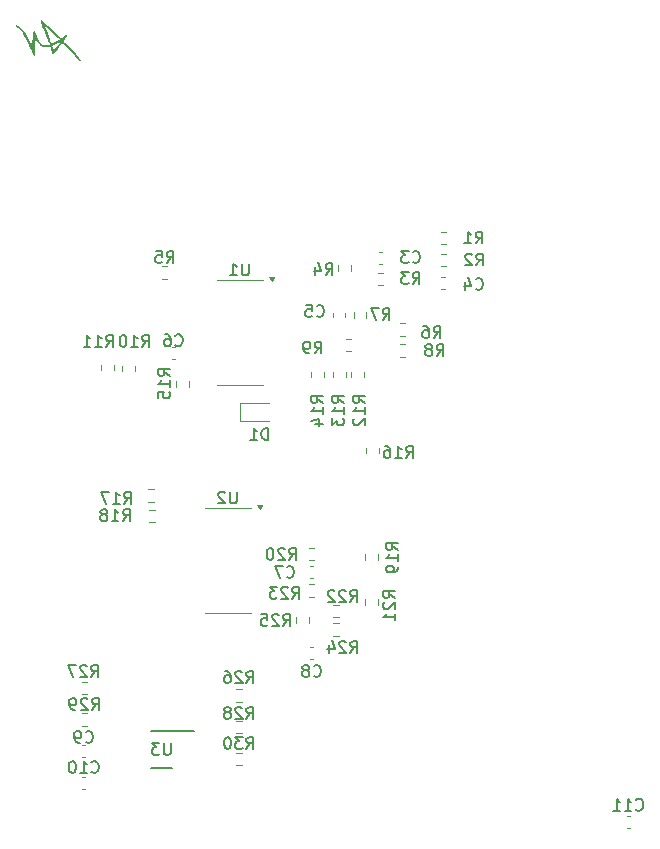
<source format=gbr>
%TF.GenerationSoftware,KiCad,Pcbnew,8.0.0*%
%TF.CreationDate,2024-03-24T13:49:44-07:00*%
%TF.ProjectId,Bottom_Board,426f7474-6f6d-45f4-926f-6172642e6b69,0*%
%TF.SameCoordinates,Original*%
%TF.FileFunction,Legend,Bot*%
%TF.FilePolarity,Positive*%
%FSLAX46Y46*%
G04 Gerber Fmt 4.6, Leading zero omitted, Abs format (unit mm)*
G04 Created by KiCad (PCBNEW 8.0.0) date 2024-03-24 13:49:44*
%MOMM*%
%LPD*%
G01*
G04 APERTURE LIST*
%ADD10C,0.150000*%
%ADD11C,0.120000*%
%ADD12C,0.200000*%
%ADD13C,0.000000*%
G04 APERTURE END LIST*
D10*
X129994819Y-97909142D02*
X129518628Y-97575809D01*
X129994819Y-97337714D02*
X128994819Y-97337714D01*
X128994819Y-97337714D02*
X128994819Y-97718666D01*
X128994819Y-97718666D02*
X129042438Y-97813904D01*
X129042438Y-97813904D02*
X129090057Y-97861523D01*
X129090057Y-97861523D02*
X129185295Y-97909142D01*
X129185295Y-97909142D02*
X129328152Y-97909142D01*
X129328152Y-97909142D02*
X129423390Y-97861523D01*
X129423390Y-97861523D02*
X129471009Y-97813904D01*
X129471009Y-97813904D02*
X129518628Y-97718666D01*
X129518628Y-97718666D02*
X129518628Y-97337714D01*
X129994819Y-98861523D02*
X129994819Y-98290095D01*
X129994819Y-98575809D02*
X128994819Y-98575809D01*
X128994819Y-98575809D02*
X129137676Y-98480571D01*
X129137676Y-98480571D02*
X129232914Y-98385333D01*
X129232914Y-98385333D02*
X129280533Y-98290095D01*
X128994819Y-99194857D02*
X128994819Y-99813904D01*
X128994819Y-99813904D02*
X129375771Y-99480571D01*
X129375771Y-99480571D02*
X129375771Y-99623428D01*
X129375771Y-99623428D02*
X129423390Y-99718666D01*
X129423390Y-99718666D02*
X129471009Y-99766285D01*
X129471009Y-99766285D02*
X129566247Y-99813904D01*
X129566247Y-99813904D02*
X129804342Y-99813904D01*
X129804342Y-99813904D02*
X129899580Y-99766285D01*
X129899580Y-99766285D02*
X129947200Y-99718666D01*
X129947200Y-99718666D02*
X129994819Y-99623428D01*
X129994819Y-99623428D02*
X129994819Y-99337714D01*
X129994819Y-99337714D02*
X129947200Y-99242476D01*
X129947200Y-99242476D02*
X129899580Y-99194857D01*
X115262819Y-95623142D02*
X114786628Y-95289809D01*
X115262819Y-95051714D02*
X114262819Y-95051714D01*
X114262819Y-95051714D02*
X114262819Y-95432666D01*
X114262819Y-95432666D02*
X114310438Y-95527904D01*
X114310438Y-95527904D02*
X114358057Y-95575523D01*
X114358057Y-95575523D02*
X114453295Y-95623142D01*
X114453295Y-95623142D02*
X114596152Y-95623142D01*
X114596152Y-95623142D02*
X114691390Y-95575523D01*
X114691390Y-95575523D02*
X114739009Y-95527904D01*
X114739009Y-95527904D02*
X114786628Y-95432666D01*
X114786628Y-95432666D02*
X114786628Y-95051714D01*
X115262819Y-96575523D02*
X115262819Y-96004095D01*
X115262819Y-96289809D02*
X114262819Y-96289809D01*
X114262819Y-96289809D02*
X114405676Y-96194571D01*
X114405676Y-96194571D02*
X114500914Y-96099333D01*
X114500914Y-96099333D02*
X114548533Y-96004095D01*
X114262819Y-97480285D02*
X114262819Y-97004095D01*
X114262819Y-97004095D02*
X114739009Y-96956476D01*
X114739009Y-96956476D02*
X114691390Y-97004095D01*
X114691390Y-97004095D02*
X114643771Y-97099333D01*
X114643771Y-97099333D02*
X114643771Y-97337428D01*
X114643771Y-97337428D02*
X114691390Y-97432666D01*
X114691390Y-97432666D02*
X114739009Y-97480285D01*
X114739009Y-97480285D02*
X114834247Y-97527904D01*
X114834247Y-97527904D02*
X115072342Y-97527904D01*
X115072342Y-97527904D02*
X115167580Y-97480285D01*
X115167580Y-97480285D02*
X115215200Y-97432666D01*
X115215200Y-97432666D02*
X115262819Y-97337428D01*
X115262819Y-97337428D02*
X115262819Y-97099333D01*
X115262819Y-97099333D02*
X115215200Y-97004095D01*
X115215200Y-97004095D02*
X115167580Y-96956476D01*
X127420666Y-121009580D02*
X127468285Y-121057200D01*
X127468285Y-121057200D02*
X127611142Y-121104819D01*
X127611142Y-121104819D02*
X127706380Y-121104819D01*
X127706380Y-121104819D02*
X127849237Y-121057200D01*
X127849237Y-121057200D02*
X127944475Y-120961961D01*
X127944475Y-120961961D02*
X127992094Y-120866723D01*
X127992094Y-120866723D02*
X128039713Y-120676247D01*
X128039713Y-120676247D02*
X128039713Y-120533390D01*
X128039713Y-120533390D02*
X127992094Y-120342914D01*
X127992094Y-120342914D02*
X127944475Y-120247676D01*
X127944475Y-120247676D02*
X127849237Y-120152438D01*
X127849237Y-120152438D02*
X127706380Y-120104819D01*
X127706380Y-120104819D02*
X127611142Y-120104819D01*
X127611142Y-120104819D02*
X127468285Y-120152438D01*
X127468285Y-120152438D02*
X127420666Y-120200057D01*
X126849237Y-120533390D02*
X126944475Y-120485771D01*
X126944475Y-120485771D02*
X126992094Y-120438152D01*
X126992094Y-120438152D02*
X127039713Y-120342914D01*
X127039713Y-120342914D02*
X127039713Y-120295295D01*
X127039713Y-120295295D02*
X126992094Y-120200057D01*
X126992094Y-120200057D02*
X126944475Y-120152438D01*
X126944475Y-120152438D02*
X126849237Y-120104819D01*
X126849237Y-120104819D02*
X126658761Y-120104819D01*
X126658761Y-120104819D02*
X126563523Y-120152438D01*
X126563523Y-120152438D02*
X126515904Y-120200057D01*
X126515904Y-120200057D02*
X126468285Y-120295295D01*
X126468285Y-120295295D02*
X126468285Y-120342914D01*
X126468285Y-120342914D02*
X126515904Y-120438152D01*
X126515904Y-120438152D02*
X126563523Y-120485771D01*
X126563523Y-120485771D02*
X126658761Y-120533390D01*
X126658761Y-120533390D02*
X126849237Y-120533390D01*
X126849237Y-120533390D02*
X126944475Y-120581009D01*
X126944475Y-120581009D02*
X126992094Y-120628628D01*
X126992094Y-120628628D02*
X127039713Y-120723866D01*
X127039713Y-120723866D02*
X127039713Y-120914342D01*
X127039713Y-120914342D02*
X126992094Y-121009580D01*
X126992094Y-121009580D02*
X126944475Y-121057200D01*
X126944475Y-121057200D02*
X126849237Y-121104819D01*
X126849237Y-121104819D02*
X126658761Y-121104819D01*
X126658761Y-121104819D02*
X126563523Y-121057200D01*
X126563523Y-121057200D02*
X126515904Y-121009580D01*
X126515904Y-121009580D02*
X126468285Y-120914342D01*
X126468285Y-120914342D02*
X126468285Y-120723866D01*
X126468285Y-120723866D02*
X126515904Y-120628628D01*
X126515904Y-120628628D02*
X126563523Y-120581009D01*
X126563523Y-120581009D02*
X126658761Y-120533390D01*
X135262857Y-102562819D02*
X135596190Y-102086628D01*
X135834285Y-102562819D02*
X135834285Y-101562819D01*
X135834285Y-101562819D02*
X135453333Y-101562819D01*
X135453333Y-101562819D02*
X135358095Y-101610438D01*
X135358095Y-101610438D02*
X135310476Y-101658057D01*
X135310476Y-101658057D02*
X135262857Y-101753295D01*
X135262857Y-101753295D02*
X135262857Y-101896152D01*
X135262857Y-101896152D02*
X135310476Y-101991390D01*
X135310476Y-101991390D02*
X135358095Y-102039009D01*
X135358095Y-102039009D02*
X135453333Y-102086628D01*
X135453333Y-102086628D02*
X135834285Y-102086628D01*
X134310476Y-102562819D02*
X134881904Y-102562819D01*
X134596190Y-102562819D02*
X134596190Y-101562819D01*
X134596190Y-101562819D02*
X134691428Y-101705676D01*
X134691428Y-101705676D02*
X134786666Y-101800914D01*
X134786666Y-101800914D02*
X134881904Y-101848533D01*
X133453333Y-101562819D02*
X133643809Y-101562819D01*
X133643809Y-101562819D02*
X133739047Y-101610438D01*
X133739047Y-101610438D02*
X133786666Y-101658057D01*
X133786666Y-101658057D02*
X133881904Y-101800914D01*
X133881904Y-101800914D02*
X133929523Y-101991390D01*
X133929523Y-101991390D02*
X133929523Y-102372342D01*
X133929523Y-102372342D02*
X133881904Y-102467580D01*
X133881904Y-102467580D02*
X133834285Y-102515200D01*
X133834285Y-102515200D02*
X133739047Y-102562819D01*
X133739047Y-102562819D02*
X133548571Y-102562819D01*
X133548571Y-102562819D02*
X133453333Y-102515200D01*
X133453333Y-102515200D02*
X133405714Y-102467580D01*
X133405714Y-102467580D02*
X133358095Y-102372342D01*
X133358095Y-102372342D02*
X133358095Y-102134247D01*
X133358095Y-102134247D02*
X133405714Y-102039009D01*
X133405714Y-102039009D02*
X133453333Y-101991390D01*
X133453333Y-101991390D02*
X133548571Y-101943771D01*
X133548571Y-101943771D02*
X133739047Y-101943771D01*
X133739047Y-101943771D02*
X133834285Y-101991390D01*
X133834285Y-101991390D02*
X133881904Y-102039009D01*
X133881904Y-102039009D02*
X133929523Y-102134247D01*
X121737857Y-124660819D02*
X122071190Y-124184628D01*
X122309285Y-124660819D02*
X122309285Y-123660819D01*
X122309285Y-123660819D02*
X121928333Y-123660819D01*
X121928333Y-123660819D02*
X121833095Y-123708438D01*
X121833095Y-123708438D02*
X121785476Y-123756057D01*
X121785476Y-123756057D02*
X121737857Y-123851295D01*
X121737857Y-123851295D02*
X121737857Y-123994152D01*
X121737857Y-123994152D02*
X121785476Y-124089390D01*
X121785476Y-124089390D02*
X121833095Y-124137009D01*
X121833095Y-124137009D02*
X121928333Y-124184628D01*
X121928333Y-124184628D02*
X122309285Y-124184628D01*
X121356904Y-123756057D02*
X121309285Y-123708438D01*
X121309285Y-123708438D02*
X121214047Y-123660819D01*
X121214047Y-123660819D02*
X120975952Y-123660819D01*
X120975952Y-123660819D02*
X120880714Y-123708438D01*
X120880714Y-123708438D02*
X120833095Y-123756057D01*
X120833095Y-123756057D02*
X120785476Y-123851295D01*
X120785476Y-123851295D02*
X120785476Y-123946533D01*
X120785476Y-123946533D02*
X120833095Y-124089390D01*
X120833095Y-124089390D02*
X121404523Y-124660819D01*
X121404523Y-124660819D02*
X120785476Y-124660819D01*
X120214047Y-124089390D02*
X120309285Y-124041771D01*
X120309285Y-124041771D02*
X120356904Y-123994152D01*
X120356904Y-123994152D02*
X120404523Y-123898914D01*
X120404523Y-123898914D02*
X120404523Y-123851295D01*
X120404523Y-123851295D02*
X120356904Y-123756057D01*
X120356904Y-123756057D02*
X120309285Y-123708438D01*
X120309285Y-123708438D02*
X120214047Y-123660819D01*
X120214047Y-123660819D02*
X120023571Y-123660819D01*
X120023571Y-123660819D02*
X119928333Y-123708438D01*
X119928333Y-123708438D02*
X119880714Y-123756057D01*
X119880714Y-123756057D02*
X119833095Y-123851295D01*
X119833095Y-123851295D02*
X119833095Y-123898914D01*
X119833095Y-123898914D02*
X119880714Y-123994152D01*
X119880714Y-123994152D02*
X119928333Y-124041771D01*
X119928333Y-124041771D02*
X120023571Y-124089390D01*
X120023571Y-124089390D02*
X120214047Y-124089390D01*
X120214047Y-124089390D02*
X120309285Y-124137009D01*
X120309285Y-124137009D02*
X120356904Y-124184628D01*
X120356904Y-124184628D02*
X120404523Y-124279866D01*
X120404523Y-124279866D02*
X120404523Y-124470342D01*
X120404523Y-124470342D02*
X120356904Y-124565580D01*
X120356904Y-124565580D02*
X120309285Y-124613200D01*
X120309285Y-124613200D02*
X120214047Y-124660819D01*
X120214047Y-124660819D02*
X120023571Y-124660819D01*
X120023571Y-124660819D02*
X119928333Y-124613200D01*
X119928333Y-124613200D02*
X119880714Y-124565580D01*
X119880714Y-124565580D02*
X119833095Y-124470342D01*
X119833095Y-124470342D02*
X119833095Y-124279866D01*
X119833095Y-124279866D02*
X119880714Y-124184628D01*
X119880714Y-124184628D02*
X119928333Y-124137009D01*
X119928333Y-124137009D02*
X120023571Y-124089390D01*
X135802666Y-85957580D02*
X135850285Y-86005200D01*
X135850285Y-86005200D02*
X135993142Y-86052819D01*
X135993142Y-86052819D02*
X136088380Y-86052819D01*
X136088380Y-86052819D02*
X136231237Y-86005200D01*
X136231237Y-86005200D02*
X136326475Y-85909961D01*
X136326475Y-85909961D02*
X136374094Y-85814723D01*
X136374094Y-85814723D02*
X136421713Y-85624247D01*
X136421713Y-85624247D02*
X136421713Y-85481390D01*
X136421713Y-85481390D02*
X136374094Y-85290914D01*
X136374094Y-85290914D02*
X136326475Y-85195676D01*
X136326475Y-85195676D02*
X136231237Y-85100438D01*
X136231237Y-85100438D02*
X136088380Y-85052819D01*
X136088380Y-85052819D02*
X135993142Y-85052819D01*
X135993142Y-85052819D02*
X135850285Y-85100438D01*
X135850285Y-85100438D02*
X135802666Y-85148057D01*
X135469332Y-85052819D02*
X134850285Y-85052819D01*
X134850285Y-85052819D02*
X135183618Y-85433771D01*
X135183618Y-85433771D02*
X135040761Y-85433771D01*
X135040761Y-85433771D02*
X134945523Y-85481390D01*
X134945523Y-85481390D02*
X134897904Y-85529009D01*
X134897904Y-85529009D02*
X134850285Y-85624247D01*
X134850285Y-85624247D02*
X134850285Y-85862342D01*
X134850285Y-85862342D02*
X134897904Y-85957580D01*
X134897904Y-85957580D02*
X134945523Y-86005200D01*
X134945523Y-86005200D02*
X135040761Y-86052819D01*
X135040761Y-86052819D02*
X135326475Y-86052819D01*
X135326475Y-86052819D02*
X135421713Y-86005200D01*
X135421713Y-86005200D02*
X135469332Y-85957580D01*
X121919904Y-86122819D02*
X121919904Y-86932342D01*
X121919904Y-86932342D02*
X121872285Y-87027580D01*
X121872285Y-87027580D02*
X121824666Y-87075200D01*
X121824666Y-87075200D02*
X121729428Y-87122819D01*
X121729428Y-87122819D02*
X121538952Y-87122819D01*
X121538952Y-87122819D02*
X121443714Y-87075200D01*
X121443714Y-87075200D02*
X121396095Y-87027580D01*
X121396095Y-87027580D02*
X121348476Y-86932342D01*
X121348476Y-86932342D02*
X121348476Y-86122819D01*
X120348476Y-87122819D02*
X120919904Y-87122819D01*
X120634190Y-87122819D02*
X120634190Y-86122819D01*
X120634190Y-86122819D02*
X120729428Y-86265676D01*
X120729428Y-86265676D02*
X120824666Y-86360914D01*
X120824666Y-86360914D02*
X120919904Y-86408533D01*
X120903904Y-105426819D02*
X120903904Y-106236342D01*
X120903904Y-106236342D02*
X120856285Y-106331580D01*
X120856285Y-106331580D02*
X120808666Y-106379200D01*
X120808666Y-106379200D02*
X120713428Y-106426819D01*
X120713428Y-106426819D02*
X120522952Y-106426819D01*
X120522952Y-106426819D02*
X120427714Y-106379200D01*
X120427714Y-106379200D02*
X120380095Y-106331580D01*
X120380095Y-106331580D02*
X120332476Y-106236342D01*
X120332476Y-106236342D02*
X120332476Y-105426819D01*
X119903904Y-105522057D02*
X119856285Y-105474438D01*
X119856285Y-105474438D02*
X119761047Y-105426819D01*
X119761047Y-105426819D02*
X119522952Y-105426819D01*
X119522952Y-105426819D02*
X119427714Y-105474438D01*
X119427714Y-105474438D02*
X119380095Y-105522057D01*
X119380095Y-105522057D02*
X119332476Y-105617295D01*
X119332476Y-105617295D02*
X119332476Y-105712533D01*
X119332476Y-105712533D02*
X119380095Y-105855390D01*
X119380095Y-105855390D02*
X119951523Y-106426819D01*
X119951523Y-106426819D02*
X119332476Y-106426819D01*
X112910857Y-93164819D02*
X113244190Y-92688628D01*
X113482285Y-93164819D02*
X113482285Y-92164819D01*
X113482285Y-92164819D02*
X113101333Y-92164819D01*
X113101333Y-92164819D02*
X113006095Y-92212438D01*
X113006095Y-92212438D02*
X112958476Y-92260057D01*
X112958476Y-92260057D02*
X112910857Y-92355295D01*
X112910857Y-92355295D02*
X112910857Y-92498152D01*
X112910857Y-92498152D02*
X112958476Y-92593390D01*
X112958476Y-92593390D02*
X113006095Y-92641009D01*
X113006095Y-92641009D02*
X113101333Y-92688628D01*
X113101333Y-92688628D02*
X113482285Y-92688628D01*
X111958476Y-93164819D02*
X112529904Y-93164819D01*
X112244190Y-93164819D02*
X112244190Y-92164819D01*
X112244190Y-92164819D02*
X112339428Y-92307676D01*
X112339428Y-92307676D02*
X112434666Y-92402914D01*
X112434666Y-92402914D02*
X112529904Y-92450533D01*
X111339428Y-92164819D02*
X111244190Y-92164819D01*
X111244190Y-92164819D02*
X111148952Y-92212438D01*
X111148952Y-92212438D02*
X111101333Y-92260057D01*
X111101333Y-92260057D02*
X111053714Y-92355295D01*
X111053714Y-92355295D02*
X111006095Y-92545771D01*
X111006095Y-92545771D02*
X111006095Y-92783866D01*
X111006095Y-92783866D02*
X111053714Y-92974342D01*
X111053714Y-92974342D02*
X111101333Y-93069580D01*
X111101333Y-93069580D02*
X111148952Y-93117200D01*
X111148952Y-93117200D02*
X111244190Y-93164819D01*
X111244190Y-93164819D02*
X111339428Y-93164819D01*
X111339428Y-93164819D02*
X111434666Y-93117200D01*
X111434666Y-93117200D02*
X111482285Y-93069580D01*
X111482285Y-93069580D02*
X111529904Y-92974342D01*
X111529904Y-92974342D02*
X111577523Y-92783866D01*
X111577523Y-92783866D02*
X111577523Y-92545771D01*
X111577523Y-92545771D02*
X111529904Y-92355295D01*
X111529904Y-92355295D02*
X111482285Y-92260057D01*
X111482285Y-92260057D02*
X111434666Y-92212438D01*
X111434666Y-92212438D02*
X111339428Y-92164819D01*
X108605857Y-129137580D02*
X108653476Y-129185200D01*
X108653476Y-129185200D02*
X108796333Y-129232819D01*
X108796333Y-129232819D02*
X108891571Y-129232819D01*
X108891571Y-129232819D02*
X109034428Y-129185200D01*
X109034428Y-129185200D02*
X109129666Y-129089961D01*
X109129666Y-129089961D02*
X109177285Y-128994723D01*
X109177285Y-128994723D02*
X109224904Y-128804247D01*
X109224904Y-128804247D02*
X109224904Y-128661390D01*
X109224904Y-128661390D02*
X109177285Y-128470914D01*
X109177285Y-128470914D02*
X109129666Y-128375676D01*
X109129666Y-128375676D02*
X109034428Y-128280438D01*
X109034428Y-128280438D02*
X108891571Y-128232819D01*
X108891571Y-128232819D02*
X108796333Y-128232819D01*
X108796333Y-128232819D02*
X108653476Y-128280438D01*
X108653476Y-128280438D02*
X108605857Y-128328057D01*
X107653476Y-129232819D02*
X108224904Y-129232819D01*
X107939190Y-129232819D02*
X107939190Y-128232819D01*
X107939190Y-128232819D02*
X108034428Y-128375676D01*
X108034428Y-128375676D02*
X108129666Y-128470914D01*
X108129666Y-128470914D02*
X108224904Y-128518533D01*
X107034428Y-128232819D02*
X106939190Y-128232819D01*
X106939190Y-128232819D02*
X106843952Y-128280438D01*
X106843952Y-128280438D02*
X106796333Y-128328057D01*
X106796333Y-128328057D02*
X106748714Y-128423295D01*
X106748714Y-128423295D02*
X106701095Y-128613771D01*
X106701095Y-128613771D02*
X106701095Y-128851866D01*
X106701095Y-128851866D02*
X106748714Y-129042342D01*
X106748714Y-129042342D02*
X106796333Y-129137580D01*
X106796333Y-129137580D02*
X106843952Y-129185200D01*
X106843952Y-129185200D02*
X106939190Y-129232819D01*
X106939190Y-129232819D02*
X107034428Y-129232819D01*
X107034428Y-129232819D02*
X107129666Y-129185200D01*
X107129666Y-129185200D02*
X107177285Y-129137580D01*
X107177285Y-129137580D02*
X107224904Y-129042342D01*
X107224904Y-129042342D02*
X107272523Y-128851866D01*
X107272523Y-128851866D02*
X107272523Y-128613771D01*
X107272523Y-128613771D02*
X107224904Y-128423295D01*
X107224904Y-128423295D02*
X107177285Y-128328057D01*
X107177285Y-128328057D02*
X107129666Y-128280438D01*
X107129666Y-128280438D02*
X107034428Y-128232819D01*
X134566819Y-110355142D02*
X134090628Y-110021809D01*
X134566819Y-109783714D02*
X133566819Y-109783714D01*
X133566819Y-109783714D02*
X133566819Y-110164666D01*
X133566819Y-110164666D02*
X133614438Y-110259904D01*
X133614438Y-110259904D02*
X133662057Y-110307523D01*
X133662057Y-110307523D02*
X133757295Y-110355142D01*
X133757295Y-110355142D02*
X133900152Y-110355142D01*
X133900152Y-110355142D02*
X133995390Y-110307523D01*
X133995390Y-110307523D02*
X134043009Y-110259904D01*
X134043009Y-110259904D02*
X134090628Y-110164666D01*
X134090628Y-110164666D02*
X134090628Y-109783714D01*
X134566819Y-111307523D02*
X134566819Y-110736095D01*
X134566819Y-111021809D02*
X133566819Y-111021809D01*
X133566819Y-111021809D02*
X133709676Y-110926571D01*
X133709676Y-110926571D02*
X133804914Y-110831333D01*
X133804914Y-110831333D02*
X133852533Y-110736095D01*
X134566819Y-111783714D02*
X134566819Y-111974190D01*
X134566819Y-111974190D02*
X134519200Y-112069428D01*
X134519200Y-112069428D02*
X134471580Y-112117047D01*
X134471580Y-112117047D02*
X134328723Y-112212285D01*
X134328723Y-112212285D02*
X134138247Y-112259904D01*
X134138247Y-112259904D02*
X133757295Y-112259904D01*
X133757295Y-112259904D02*
X133662057Y-112212285D01*
X133662057Y-112212285D02*
X133614438Y-112164666D01*
X133614438Y-112164666D02*
X133566819Y-112069428D01*
X133566819Y-112069428D02*
X133566819Y-111878952D01*
X133566819Y-111878952D02*
X133614438Y-111783714D01*
X133614438Y-111783714D02*
X133662057Y-111736095D01*
X133662057Y-111736095D02*
X133757295Y-111688476D01*
X133757295Y-111688476D02*
X133995390Y-111688476D01*
X133995390Y-111688476D02*
X134090628Y-111736095D01*
X134090628Y-111736095D02*
X134138247Y-111783714D01*
X134138247Y-111783714D02*
X134185866Y-111878952D01*
X134185866Y-111878952D02*
X134185866Y-112069428D01*
X134185866Y-112069428D02*
X134138247Y-112164666D01*
X134138247Y-112164666D02*
X134090628Y-112212285D01*
X134090628Y-112212285D02*
X133995390Y-112259904D01*
X128216819Y-97909142D02*
X127740628Y-97575809D01*
X128216819Y-97337714D02*
X127216819Y-97337714D01*
X127216819Y-97337714D02*
X127216819Y-97718666D01*
X127216819Y-97718666D02*
X127264438Y-97813904D01*
X127264438Y-97813904D02*
X127312057Y-97861523D01*
X127312057Y-97861523D02*
X127407295Y-97909142D01*
X127407295Y-97909142D02*
X127550152Y-97909142D01*
X127550152Y-97909142D02*
X127645390Y-97861523D01*
X127645390Y-97861523D02*
X127693009Y-97813904D01*
X127693009Y-97813904D02*
X127740628Y-97718666D01*
X127740628Y-97718666D02*
X127740628Y-97337714D01*
X128216819Y-98861523D02*
X128216819Y-98290095D01*
X128216819Y-98575809D02*
X127216819Y-98575809D01*
X127216819Y-98575809D02*
X127359676Y-98480571D01*
X127359676Y-98480571D02*
X127454914Y-98385333D01*
X127454914Y-98385333D02*
X127502533Y-98290095D01*
X127550152Y-99718666D02*
X128216819Y-99718666D01*
X127169200Y-99480571D02*
X127883485Y-99242476D01*
X127883485Y-99242476D02*
X127883485Y-99861523D01*
X154706857Y-132330380D02*
X154754476Y-132378000D01*
X154754476Y-132378000D02*
X154897333Y-132425619D01*
X154897333Y-132425619D02*
X154992571Y-132425619D01*
X154992571Y-132425619D02*
X155135428Y-132378000D01*
X155135428Y-132378000D02*
X155230666Y-132282761D01*
X155230666Y-132282761D02*
X155278285Y-132187523D01*
X155278285Y-132187523D02*
X155325904Y-131997047D01*
X155325904Y-131997047D02*
X155325904Y-131854190D01*
X155325904Y-131854190D02*
X155278285Y-131663714D01*
X155278285Y-131663714D02*
X155230666Y-131568476D01*
X155230666Y-131568476D02*
X155135428Y-131473238D01*
X155135428Y-131473238D02*
X154992571Y-131425619D01*
X154992571Y-131425619D02*
X154897333Y-131425619D01*
X154897333Y-131425619D02*
X154754476Y-131473238D01*
X154754476Y-131473238D02*
X154706857Y-131520857D01*
X153754476Y-132425619D02*
X154325904Y-132425619D01*
X154040190Y-132425619D02*
X154040190Y-131425619D01*
X154040190Y-131425619D02*
X154135428Y-131568476D01*
X154135428Y-131568476D02*
X154230666Y-131663714D01*
X154230666Y-131663714D02*
X154325904Y-131711333D01*
X152802095Y-132425619D02*
X153373523Y-132425619D01*
X153087809Y-132425619D02*
X153087809Y-131425619D01*
X153087809Y-131425619D02*
X153183047Y-131568476D01*
X153183047Y-131568476D02*
X153278285Y-131663714D01*
X153278285Y-131663714D02*
X153373523Y-131711333D01*
X115315904Y-126708819D02*
X115315904Y-127518342D01*
X115315904Y-127518342D02*
X115268285Y-127613580D01*
X115268285Y-127613580D02*
X115220666Y-127661200D01*
X115220666Y-127661200D02*
X115125428Y-127708819D01*
X115125428Y-127708819D02*
X114934952Y-127708819D01*
X114934952Y-127708819D02*
X114839714Y-127661200D01*
X114839714Y-127661200D02*
X114792095Y-127613580D01*
X114792095Y-127613580D02*
X114744476Y-127518342D01*
X114744476Y-127518342D02*
X114744476Y-126708819D01*
X114363523Y-126708819D02*
X113744476Y-126708819D01*
X113744476Y-126708819D02*
X114077809Y-127089771D01*
X114077809Y-127089771D02*
X113934952Y-127089771D01*
X113934952Y-127089771D02*
X113839714Y-127137390D01*
X113839714Y-127137390D02*
X113792095Y-127185009D01*
X113792095Y-127185009D02*
X113744476Y-127280247D01*
X113744476Y-127280247D02*
X113744476Y-127518342D01*
X113744476Y-127518342D02*
X113792095Y-127613580D01*
X113792095Y-127613580D02*
X113839714Y-127661200D01*
X113839714Y-127661200D02*
X113934952Y-127708819D01*
X113934952Y-127708819D02*
X114220666Y-127708819D01*
X114220666Y-127708819D02*
X114315904Y-127661200D01*
X114315904Y-127661200D02*
X114363523Y-127613580D01*
X108655857Y-123898819D02*
X108989190Y-123422628D01*
X109227285Y-123898819D02*
X109227285Y-122898819D01*
X109227285Y-122898819D02*
X108846333Y-122898819D01*
X108846333Y-122898819D02*
X108751095Y-122946438D01*
X108751095Y-122946438D02*
X108703476Y-122994057D01*
X108703476Y-122994057D02*
X108655857Y-123089295D01*
X108655857Y-123089295D02*
X108655857Y-123232152D01*
X108655857Y-123232152D02*
X108703476Y-123327390D01*
X108703476Y-123327390D02*
X108751095Y-123375009D01*
X108751095Y-123375009D02*
X108846333Y-123422628D01*
X108846333Y-123422628D02*
X109227285Y-123422628D01*
X108274904Y-122994057D02*
X108227285Y-122946438D01*
X108227285Y-122946438D02*
X108132047Y-122898819D01*
X108132047Y-122898819D02*
X107893952Y-122898819D01*
X107893952Y-122898819D02*
X107798714Y-122946438D01*
X107798714Y-122946438D02*
X107751095Y-122994057D01*
X107751095Y-122994057D02*
X107703476Y-123089295D01*
X107703476Y-123089295D02*
X107703476Y-123184533D01*
X107703476Y-123184533D02*
X107751095Y-123327390D01*
X107751095Y-123327390D02*
X108322523Y-123898819D01*
X108322523Y-123898819D02*
X107703476Y-123898819D01*
X107227285Y-123898819D02*
X107036809Y-123898819D01*
X107036809Y-123898819D02*
X106941571Y-123851200D01*
X106941571Y-123851200D02*
X106893952Y-123803580D01*
X106893952Y-123803580D02*
X106798714Y-123660723D01*
X106798714Y-123660723D02*
X106751095Y-123470247D01*
X106751095Y-123470247D02*
X106751095Y-123089295D01*
X106751095Y-123089295D02*
X106798714Y-122994057D01*
X106798714Y-122994057D02*
X106846333Y-122946438D01*
X106846333Y-122946438D02*
X106941571Y-122898819D01*
X106941571Y-122898819D02*
X107132047Y-122898819D01*
X107132047Y-122898819D02*
X107227285Y-122946438D01*
X107227285Y-122946438D02*
X107274904Y-122994057D01*
X107274904Y-122994057D02*
X107322523Y-123089295D01*
X107322523Y-123089295D02*
X107322523Y-123327390D01*
X107322523Y-123327390D02*
X107274904Y-123422628D01*
X107274904Y-123422628D02*
X107227285Y-123470247D01*
X107227285Y-123470247D02*
X107132047Y-123517866D01*
X107132047Y-123517866D02*
X106941571Y-123517866D01*
X106941571Y-123517866D02*
X106846333Y-123470247D01*
X106846333Y-123470247D02*
X106798714Y-123422628D01*
X106798714Y-123422628D02*
X106751095Y-123327390D01*
X130538457Y-119072819D02*
X130871790Y-118596628D01*
X131109885Y-119072819D02*
X131109885Y-118072819D01*
X131109885Y-118072819D02*
X130728933Y-118072819D01*
X130728933Y-118072819D02*
X130633695Y-118120438D01*
X130633695Y-118120438D02*
X130586076Y-118168057D01*
X130586076Y-118168057D02*
X130538457Y-118263295D01*
X130538457Y-118263295D02*
X130538457Y-118406152D01*
X130538457Y-118406152D02*
X130586076Y-118501390D01*
X130586076Y-118501390D02*
X130633695Y-118549009D01*
X130633695Y-118549009D02*
X130728933Y-118596628D01*
X130728933Y-118596628D02*
X131109885Y-118596628D01*
X130157504Y-118168057D02*
X130109885Y-118120438D01*
X130109885Y-118120438D02*
X130014647Y-118072819D01*
X130014647Y-118072819D02*
X129776552Y-118072819D01*
X129776552Y-118072819D02*
X129681314Y-118120438D01*
X129681314Y-118120438D02*
X129633695Y-118168057D01*
X129633695Y-118168057D02*
X129586076Y-118263295D01*
X129586076Y-118263295D02*
X129586076Y-118358533D01*
X129586076Y-118358533D02*
X129633695Y-118501390D01*
X129633695Y-118501390D02*
X130205123Y-119072819D01*
X130205123Y-119072819D02*
X129586076Y-119072819D01*
X128728933Y-118406152D02*
X128728933Y-119072819D01*
X128967028Y-118025200D02*
X129205123Y-118739485D01*
X129205123Y-118739485D02*
X128586076Y-118739485D01*
X111281467Y-107922219D02*
X111614800Y-107446028D01*
X111852895Y-107922219D02*
X111852895Y-106922219D01*
X111852895Y-106922219D02*
X111471943Y-106922219D01*
X111471943Y-106922219D02*
X111376705Y-106969838D01*
X111376705Y-106969838D02*
X111329086Y-107017457D01*
X111329086Y-107017457D02*
X111281467Y-107112695D01*
X111281467Y-107112695D02*
X111281467Y-107255552D01*
X111281467Y-107255552D02*
X111329086Y-107350790D01*
X111329086Y-107350790D02*
X111376705Y-107398409D01*
X111376705Y-107398409D02*
X111471943Y-107446028D01*
X111471943Y-107446028D02*
X111852895Y-107446028D01*
X110329086Y-107922219D02*
X110900514Y-107922219D01*
X110614800Y-107922219D02*
X110614800Y-106922219D01*
X110614800Y-106922219D02*
X110710038Y-107065076D01*
X110710038Y-107065076D02*
X110805276Y-107160314D01*
X110805276Y-107160314D02*
X110900514Y-107207933D01*
X109757657Y-107350790D02*
X109852895Y-107303171D01*
X109852895Y-107303171D02*
X109900514Y-107255552D01*
X109900514Y-107255552D02*
X109948133Y-107160314D01*
X109948133Y-107160314D02*
X109948133Y-107112695D01*
X109948133Y-107112695D02*
X109900514Y-107017457D01*
X109900514Y-107017457D02*
X109852895Y-106969838D01*
X109852895Y-106969838D02*
X109757657Y-106922219D01*
X109757657Y-106922219D02*
X109567181Y-106922219D01*
X109567181Y-106922219D02*
X109471943Y-106969838D01*
X109471943Y-106969838D02*
X109424324Y-107017457D01*
X109424324Y-107017457D02*
X109376705Y-107112695D01*
X109376705Y-107112695D02*
X109376705Y-107160314D01*
X109376705Y-107160314D02*
X109424324Y-107255552D01*
X109424324Y-107255552D02*
X109471943Y-107303171D01*
X109471943Y-107303171D02*
X109567181Y-107350790D01*
X109567181Y-107350790D02*
X109757657Y-107350790D01*
X109757657Y-107350790D02*
X109852895Y-107398409D01*
X109852895Y-107398409D02*
X109900514Y-107446028D01*
X109900514Y-107446028D02*
X109948133Y-107541266D01*
X109948133Y-107541266D02*
X109948133Y-107731742D01*
X109948133Y-107731742D02*
X109900514Y-107826980D01*
X109900514Y-107826980D02*
X109852895Y-107874600D01*
X109852895Y-107874600D02*
X109757657Y-107922219D01*
X109757657Y-107922219D02*
X109567181Y-107922219D01*
X109567181Y-107922219D02*
X109471943Y-107874600D01*
X109471943Y-107874600D02*
X109424324Y-107826980D01*
X109424324Y-107826980D02*
X109376705Y-107731742D01*
X109376705Y-107731742D02*
X109376705Y-107541266D01*
X109376705Y-107541266D02*
X109424324Y-107446028D01*
X109424324Y-107446028D02*
X109471943Y-107398409D01*
X109471943Y-107398409D02*
X109567181Y-107350790D01*
X141136666Y-84407919D02*
X141469999Y-83931728D01*
X141708094Y-84407919D02*
X141708094Y-83407919D01*
X141708094Y-83407919D02*
X141327142Y-83407919D01*
X141327142Y-83407919D02*
X141231904Y-83455538D01*
X141231904Y-83455538D02*
X141184285Y-83503157D01*
X141184285Y-83503157D02*
X141136666Y-83598395D01*
X141136666Y-83598395D02*
X141136666Y-83741252D01*
X141136666Y-83741252D02*
X141184285Y-83836490D01*
X141184285Y-83836490D02*
X141231904Y-83884109D01*
X141231904Y-83884109D02*
X141327142Y-83931728D01*
X141327142Y-83931728D02*
X141708094Y-83931728D01*
X140184285Y-84407919D02*
X140755713Y-84407919D01*
X140469999Y-84407919D02*
X140469999Y-83407919D01*
X140469999Y-83407919D02*
X140565237Y-83550776D01*
X140565237Y-83550776D02*
X140660475Y-83646014D01*
X140660475Y-83646014D02*
X140755713Y-83693633D01*
X108116666Y-126597580D02*
X108164285Y-126645200D01*
X108164285Y-126645200D02*
X108307142Y-126692819D01*
X108307142Y-126692819D02*
X108402380Y-126692819D01*
X108402380Y-126692819D02*
X108545237Y-126645200D01*
X108545237Y-126645200D02*
X108640475Y-126549961D01*
X108640475Y-126549961D02*
X108688094Y-126454723D01*
X108688094Y-126454723D02*
X108735713Y-126264247D01*
X108735713Y-126264247D02*
X108735713Y-126121390D01*
X108735713Y-126121390D02*
X108688094Y-125930914D01*
X108688094Y-125930914D02*
X108640475Y-125835676D01*
X108640475Y-125835676D02*
X108545237Y-125740438D01*
X108545237Y-125740438D02*
X108402380Y-125692819D01*
X108402380Y-125692819D02*
X108307142Y-125692819D01*
X108307142Y-125692819D02*
X108164285Y-125740438D01*
X108164285Y-125740438D02*
X108116666Y-125788057D01*
X107640475Y-126692819D02*
X107449999Y-126692819D01*
X107449999Y-126692819D02*
X107354761Y-126645200D01*
X107354761Y-126645200D02*
X107307142Y-126597580D01*
X107307142Y-126597580D02*
X107211904Y-126454723D01*
X107211904Y-126454723D02*
X107164285Y-126264247D01*
X107164285Y-126264247D02*
X107164285Y-125883295D01*
X107164285Y-125883295D02*
X107211904Y-125788057D01*
X107211904Y-125788057D02*
X107259523Y-125740438D01*
X107259523Y-125740438D02*
X107354761Y-125692819D01*
X107354761Y-125692819D02*
X107545237Y-125692819D01*
X107545237Y-125692819D02*
X107640475Y-125740438D01*
X107640475Y-125740438D02*
X107688094Y-125788057D01*
X107688094Y-125788057D02*
X107735713Y-125883295D01*
X107735713Y-125883295D02*
X107735713Y-126121390D01*
X107735713Y-126121390D02*
X107688094Y-126216628D01*
X107688094Y-126216628D02*
X107640475Y-126264247D01*
X107640475Y-126264247D02*
X107545237Y-126311866D01*
X107545237Y-126311866D02*
X107354761Y-126311866D01*
X107354761Y-126311866D02*
X107259523Y-126264247D01*
X107259523Y-126264247D02*
X107211904Y-126216628D01*
X107211904Y-126216628D02*
X107164285Y-126121390D01*
X114974666Y-86052819D02*
X115307999Y-85576628D01*
X115546094Y-86052819D02*
X115546094Y-85052819D01*
X115546094Y-85052819D02*
X115165142Y-85052819D01*
X115165142Y-85052819D02*
X115069904Y-85100438D01*
X115069904Y-85100438D02*
X115022285Y-85148057D01*
X115022285Y-85148057D02*
X114974666Y-85243295D01*
X114974666Y-85243295D02*
X114974666Y-85386152D01*
X114974666Y-85386152D02*
X115022285Y-85481390D01*
X115022285Y-85481390D02*
X115069904Y-85529009D01*
X115069904Y-85529009D02*
X115165142Y-85576628D01*
X115165142Y-85576628D02*
X115546094Y-85576628D01*
X114069904Y-85052819D02*
X114546094Y-85052819D01*
X114546094Y-85052819D02*
X114593713Y-85529009D01*
X114593713Y-85529009D02*
X114546094Y-85481390D01*
X114546094Y-85481390D02*
X114450856Y-85433771D01*
X114450856Y-85433771D02*
X114212761Y-85433771D01*
X114212761Y-85433771D02*
X114117523Y-85481390D01*
X114117523Y-85481390D02*
X114069904Y-85529009D01*
X114069904Y-85529009D02*
X114022285Y-85624247D01*
X114022285Y-85624247D02*
X114022285Y-85862342D01*
X114022285Y-85862342D02*
X114069904Y-85957580D01*
X114069904Y-85957580D02*
X114117523Y-86005200D01*
X114117523Y-86005200D02*
X114212761Y-86052819D01*
X114212761Y-86052819D02*
X114450856Y-86052819D01*
X114450856Y-86052819D02*
X114546094Y-86005200D01*
X114546094Y-86005200D02*
X114593713Y-85957580D01*
X137580666Y-92402819D02*
X137913999Y-91926628D01*
X138152094Y-92402819D02*
X138152094Y-91402819D01*
X138152094Y-91402819D02*
X137771142Y-91402819D01*
X137771142Y-91402819D02*
X137675904Y-91450438D01*
X137675904Y-91450438D02*
X137628285Y-91498057D01*
X137628285Y-91498057D02*
X137580666Y-91593295D01*
X137580666Y-91593295D02*
X137580666Y-91736152D01*
X137580666Y-91736152D02*
X137628285Y-91831390D01*
X137628285Y-91831390D02*
X137675904Y-91879009D01*
X137675904Y-91879009D02*
X137771142Y-91926628D01*
X137771142Y-91926628D02*
X138152094Y-91926628D01*
X136723523Y-91402819D02*
X136913999Y-91402819D01*
X136913999Y-91402819D02*
X137009237Y-91450438D01*
X137009237Y-91450438D02*
X137056856Y-91498057D01*
X137056856Y-91498057D02*
X137152094Y-91640914D01*
X137152094Y-91640914D02*
X137199713Y-91831390D01*
X137199713Y-91831390D02*
X137199713Y-92212342D01*
X137199713Y-92212342D02*
X137152094Y-92307580D01*
X137152094Y-92307580D02*
X137104475Y-92355200D01*
X137104475Y-92355200D02*
X137009237Y-92402819D01*
X137009237Y-92402819D02*
X136818761Y-92402819D01*
X136818761Y-92402819D02*
X136723523Y-92355200D01*
X136723523Y-92355200D02*
X136675904Y-92307580D01*
X136675904Y-92307580D02*
X136628285Y-92212342D01*
X136628285Y-92212342D02*
X136628285Y-91974247D01*
X136628285Y-91974247D02*
X136675904Y-91879009D01*
X136675904Y-91879009D02*
X136723523Y-91831390D01*
X136723523Y-91831390D02*
X136818761Y-91783771D01*
X136818761Y-91783771D02*
X137009237Y-91783771D01*
X137009237Y-91783771D02*
X137104475Y-91831390D01*
X137104475Y-91831390D02*
X137152094Y-91879009D01*
X137152094Y-91879009D02*
X137199713Y-91974247D01*
X125610857Y-114475419D02*
X125944190Y-113999228D01*
X126182285Y-114475419D02*
X126182285Y-113475419D01*
X126182285Y-113475419D02*
X125801333Y-113475419D01*
X125801333Y-113475419D02*
X125706095Y-113523038D01*
X125706095Y-113523038D02*
X125658476Y-113570657D01*
X125658476Y-113570657D02*
X125610857Y-113665895D01*
X125610857Y-113665895D02*
X125610857Y-113808752D01*
X125610857Y-113808752D02*
X125658476Y-113903990D01*
X125658476Y-113903990D02*
X125706095Y-113951609D01*
X125706095Y-113951609D02*
X125801333Y-113999228D01*
X125801333Y-113999228D02*
X126182285Y-113999228D01*
X125229904Y-113570657D02*
X125182285Y-113523038D01*
X125182285Y-113523038D02*
X125087047Y-113475419D01*
X125087047Y-113475419D02*
X124848952Y-113475419D01*
X124848952Y-113475419D02*
X124753714Y-113523038D01*
X124753714Y-113523038D02*
X124706095Y-113570657D01*
X124706095Y-113570657D02*
X124658476Y-113665895D01*
X124658476Y-113665895D02*
X124658476Y-113761133D01*
X124658476Y-113761133D02*
X124706095Y-113903990D01*
X124706095Y-113903990D02*
X125277523Y-114475419D01*
X125277523Y-114475419D02*
X124658476Y-114475419D01*
X124325142Y-113475419D02*
X123706095Y-113475419D01*
X123706095Y-113475419D02*
X124039428Y-113856371D01*
X124039428Y-113856371D02*
X123896571Y-113856371D01*
X123896571Y-113856371D02*
X123801333Y-113903990D01*
X123801333Y-113903990D02*
X123753714Y-113951609D01*
X123753714Y-113951609D02*
X123706095Y-114046847D01*
X123706095Y-114046847D02*
X123706095Y-114284942D01*
X123706095Y-114284942D02*
X123753714Y-114380180D01*
X123753714Y-114380180D02*
X123801333Y-114427800D01*
X123801333Y-114427800D02*
X123896571Y-114475419D01*
X123896571Y-114475419D02*
X124182285Y-114475419D01*
X124182285Y-114475419D02*
X124277523Y-114427800D01*
X124277523Y-114427800D02*
X124325142Y-114380180D01*
X141197666Y-86265294D02*
X141530999Y-85789103D01*
X141769094Y-86265294D02*
X141769094Y-85265294D01*
X141769094Y-85265294D02*
X141388142Y-85265294D01*
X141388142Y-85265294D02*
X141292904Y-85312913D01*
X141292904Y-85312913D02*
X141245285Y-85360532D01*
X141245285Y-85360532D02*
X141197666Y-85455770D01*
X141197666Y-85455770D02*
X141197666Y-85598627D01*
X141197666Y-85598627D02*
X141245285Y-85693865D01*
X141245285Y-85693865D02*
X141292904Y-85741484D01*
X141292904Y-85741484D02*
X141388142Y-85789103D01*
X141388142Y-85789103D02*
X141769094Y-85789103D01*
X140816713Y-85360532D02*
X140769094Y-85312913D01*
X140769094Y-85312913D02*
X140673856Y-85265294D01*
X140673856Y-85265294D02*
X140435761Y-85265294D01*
X140435761Y-85265294D02*
X140340523Y-85312913D01*
X140340523Y-85312913D02*
X140292904Y-85360532D01*
X140292904Y-85360532D02*
X140245285Y-85455770D01*
X140245285Y-85455770D02*
X140245285Y-85551008D01*
X140245285Y-85551008D02*
X140292904Y-85693865D01*
X140292904Y-85693865D02*
X140864332Y-86265294D01*
X140864332Y-86265294D02*
X140245285Y-86265294D01*
X121737857Y-121612819D02*
X122071190Y-121136628D01*
X122309285Y-121612819D02*
X122309285Y-120612819D01*
X122309285Y-120612819D02*
X121928333Y-120612819D01*
X121928333Y-120612819D02*
X121833095Y-120660438D01*
X121833095Y-120660438D02*
X121785476Y-120708057D01*
X121785476Y-120708057D02*
X121737857Y-120803295D01*
X121737857Y-120803295D02*
X121737857Y-120946152D01*
X121737857Y-120946152D02*
X121785476Y-121041390D01*
X121785476Y-121041390D02*
X121833095Y-121089009D01*
X121833095Y-121089009D02*
X121928333Y-121136628D01*
X121928333Y-121136628D02*
X122309285Y-121136628D01*
X121356904Y-120708057D02*
X121309285Y-120660438D01*
X121309285Y-120660438D02*
X121214047Y-120612819D01*
X121214047Y-120612819D02*
X120975952Y-120612819D01*
X120975952Y-120612819D02*
X120880714Y-120660438D01*
X120880714Y-120660438D02*
X120833095Y-120708057D01*
X120833095Y-120708057D02*
X120785476Y-120803295D01*
X120785476Y-120803295D02*
X120785476Y-120898533D01*
X120785476Y-120898533D02*
X120833095Y-121041390D01*
X120833095Y-121041390D02*
X121404523Y-121612819D01*
X121404523Y-121612819D02*
X120785476Y-121612819D01*
X119928333Y-120612819D02*
X120118809Y-120612819D01*
X120118809Y-120612819D02*
X120214047Y-120660438D01*
X120214047Y-120660438D02*
X120261666Y-120708057D01*
X120261666Y-120708057D02*
X120356904Y-120850914D01*
X120356904Y-120850914D02*
X120404523Y-121041390D01*
X120404523Y-121041390D02*
X120404523Y-121422342D01*
X120404523Y-121422342D02*
X120356904Y-121517580D01*
X120356904Y-121517580D02*
X120309285Y-121565200D01*
X120309285Y-121565200D02*
X120214047Y-121612819D01*
X120214047Y-121612819D02*
X120023571Y-121612819D01*
X120023571Y-121612819D02*
X119928333Y-121565200D01*
X119928333Y-121565200D02*
X119880714Y-121517580D01*
X119880714Y-121517580D02*
X119833095Y-121422342D01*
X119833095Y-121422342D02*
X119833095Y-121184247D01*
X119833095Y-121184247D02*
X119880714Y-121089009D01*
X119880714Y-121089009D02*
X119928333Y-121041390D01*
X119928333Y-121041390D02*
X120023571Y-120993771D01*
X120023571Y-120993771D02*
X120214047Y-120993771D01*
X120214047Y-120993771D02*
X120309285Y-121041390D01*
X120309285Y-121041390D02*
X120356904Y-121089009D01*
X120356904Y-121089009D02*
X120404523Y-121184247D01*
X125134666Y-112627580D02*
X125182285Y-112675200D01*
X125182285Y-112675200D02*
X125325142Y-112722819D01*
X125325142Y-112722819D02*
X125420380Y-112722819D01*
X125420380Y-112722819D02*
X125563237Y-112675200D01*
X125563237Y-112675200D02*
X125658475Y-112579961D01*
X125658475Y-112579961D02*
X125706094Y-112484723D01*
X125706094Y-112484723D02*
X125753713Y-112294247D01*
X125753713Y-112294247D02*
X125753713Y-112151390D01*
X125753713Y-112151390D02*
X125706094Y-111960914D01*
X125706094Y-111960914D02*
X125658475Y-111865676D01*
X125658475Y-111865676D02*
X125563237Y-111770438D01*
X125563237Y-111770438D02*
X125420380Y-111722819D01*
X125420380Y-111722819D02*
X125325142Y-111722819D01*
X125325142Y-111722819D02*
X125182285Y-111770438D01*
X125182285Y-111770438D02*
X125134666Y-111818057D01*
X124801332Y-111722819D02*
X124134666Y-111722819D01*
X124134666Y-111722819D02*
X124563237Y-112722819D01*
X127674666Y-90529580D02*
X127722285Y-90577200D01*
X127722285Y-90577200D02*
X127865142Y-90624819D01*
X127865142Y-90624819D02*
X127960380Y-90624819D01*
X127960380Y-90624819D02*
X128103237Y-90577200D01*
X128103237Y-90577200D02*
X128198475Y-90481961D01*
X128198475Y-90481961D02*
X128246094Y-90386723D01*
X128246094Y-90386723D02*
X128293713Y-90196247D01*
X128293713Y-90196247D02*
X128293713Y-90053390D01*
X128293713Y-90053390D02*
X128246094Y-89862914D01*
X128246094Y-89862914D02*
X128198475Y-89767676D01*
X128198475Y-89767676D02*
X128103237Y-89672438D01*
X128103237Y-89672438D02*
X127960380Y-89624819D01*
X127960380Y-89624819D02*
X127865142Y-89624819D01*
X127865142Y-89624819D02*
X127722285Y-89672438D01*
X127722285Y-89672438D02*
X127674666Y-89720057D01*
X126769904Y-89624819D02*
X127246094Y-89624819D01*
X127246094Y-89624819D02*
X127293713Y-90101009D01*
X127293713Y-90101009D02*
X127246094Y-90053390D01*
X127246094Y-90053390D02*
X127150856Y-90005771D01*
X127150856Y-90005771D02*
X126912761Y-90005771D01*
X126912761Y-90005771D02*
X126817523Y-90053390D01*
X126817523Y-90053390D02*
X126769904Y-90101009D01*
X126769904Y-90101009D02*
X126722285Y-90196247D01*
X126722285Y-90196247D02*
X126722285Y-90434342D01*
X126722285Y-90434342D02*
X126769904Y-90529580D01*
X126769904Y-90529580D02*
X126817523Y-90577200D01*
X126817523Y-90577200D02*
X126912761Y-90624819D01*
X126912761Y-90624819D02*
X127150856Y-90624819D01*
X127150856Y-90624819D02*
X127246094Y-90577200D01*
X127246094Y-90577200D02*
X127293713Y-90529580D01*
X131772819Y-97909142D02*
X131296628Y-97575809D01*
X131772819Y-97337714D02*
X130772819Y-97337714D01*
X130772819Y-97337714D02*
X130772819Y-97718666D01*
X130772819Y-97718666D02*
X130820438Y-97813904D01*
X130820438Y-97813904D02*
X130868057Y-97861523D01*
X130868057Y-97861523D02*
X130963295Y-97909142D01*
X130963295Y-97909142D02*
X131106152Y-97909142D01*
X131106152Y-97909142D02*
X131201390Y-97861523D01*
X131201390Y-97861523D02*
X131249009Y-97813904D01*
X131249009Y-97813904D02*
X131296628Y-97718666D01*
X131296628Y-97718666D02*
X131296628Y-97337714D01*
X131772819Y-98861523D02*
X131772819Y-98290095D01*
X131772819Y-98575809D02*
X130772819Y-98575809D01*
X130772819Y-98575809D02*
X130915676Y-98480571D01*
X130915676Y-98480571D02*
X131010914Y-98385333D01*
X131010914Y-98385333D02*
X131058533Y-98290095D01*
X130868057Y-99242476D02*
X130820438Y-99290095D01*
X130820438Y-99290095D02*
X130772819Y-99385333D01*
X130772819Y-99385333D02*
X130772819Y-99623428D01*
X130772819Y-99623428D02*
X130820438Y-99718666D01*
X130820438Y-99718666D02*
X130868057Y-99766285D01*
X130868057Y-99766285D02*
X130963295Y-99813904D01*
X130963295Y-99813904D02*
X131058533Y-99813904D01*
X131058533Y-99813904D02*
X131201390Y-99766285D01*
X131201390Y-99766285D02*
X131772819Y-99194857D01*
X131772819Y-99194857D02*
X131772819Y-99813904D01*
X130513057Y-114754819D02*
X130846390Y-114278628D01*
X131084485Y-114754819D02*
X131084485Y-113754819D01*
X131084485Y-113754819D02*
X130703533Y-113754819D01*
X130703533Y-113754819D02*
X130608295Y-113802438D01*
X130608295Y-113802438D02*
X130560676Y-113850057D01*
X130560676Y-113850057D02*
X130513057Y-113945295D01*
X130513057Y-113945295D02*
X130513057Y-114088152D01*
X130513057Y-114088152D02*
X130560676Y-114183390D01*
X130560676Y-114183390D02*
X130608295Y-114231009D01*
X130608295Y-114231009D02*
X130703533Y-114278628D01*
X130703533Y-114278628D02*
X131084485Y-114278628D01*
X130132104Y-113850057D02*
X130084485Y-113802438D01*
X130084485Y-113802438D02*
X129989247Y-113754819D01*
X129989247Y-113754819D02*
X129751152Y-113754819D01*
X129751152Y-113754819D02*
X129655914Y-113802438D01*
X129655914Y-113802438D02*
X129608295Y-113850057D01*
X129608295Y-113850057D02*
X129560676Y-113945295D01*
X129560676Y-113945295D02*
X129560676Y-114040533D01*
X129560676Y-114040533D02*
X129608295Y-114183390D01*
X129608295Y-114183390D02*
X130179723Y-114754819D01*
X130179723Y-114754819D02*
X129560676Y-114754819D01*
X129179723Y-113850057D02*
X129132104Y-113802438D01*
X129132104Y-113802438D02*
X129036866Y-113754819D01*
X129036866Y-113754819D02*
X128798771Y-113754819D01*
X128798771Y-113754819D02*
X128703533Y-113802438D01*
X128703533Y-113802438D02*
X128655914Y-113850057D01*
X128655914Y-113850057D02*
X128608295Y-113945295D01*
X128608295Y-113945295D02*
X128608295Y-114040533D01*
X128608295Y-114040533D02*
X128655914Y-114183390D01*
X128655914Y-114183390D02*
X129227342Y-114754819D01*
X129227342Y-114754819D02*
X128608295Y-114754819D01*
X125356857Y-111198819D02*
X125690190Y-110722628D01*
X125928285Y-111198819D02*
X125928285Y-110198819D01*
X125928285Y-110198819D02*
X125547333Y-110198819D01*
X125547333Y-110198819D02*
X125452095Y-110246438D01*
X125452095Y-110246438D02*
X125404476Y-110294057D01*
X125404476Y-110294057D02*
X125356857Y-110389295D01*
X125356857Y-110389295D02*
X125356857Y-110532152D01*
X125356857Y-110532152D02*
X125404476Y-110627390D01*
X125404476Y-110627390D02*
X125452095Y-110675009D01*
X125452095Y-110675009D02*
X125547333Y-110722628D01*
X125547333Y-110722628D02*
X125928285Y-110722628D01*
X124975904Y-110294057D02*
X124928285Y-110246438D01*
X124928285Y-110246438D02*
X124833047Y-110198819D01*
X124833047Y-110198819D02*
X124594952Y-110198819D01*
X124594952Y-110198819D02*
X124499714Y-110246438D01*
X124499714Y-110246438D02*
X124452095Y-110294057D01*
X124452095Y-110294057D02*
X124404476Y-110389295D01*
X124404476Y-110389295D02*
X124404476Y-110484533D01*
X124404476Y-110484533D02*
X124452095Y-110627390D01*
X124452095Y-110627390D02*
X125023523Y-111198819D01*
X125023523Y-111198819D02*
X124404476Y-111198819D01*
X123785428Y-110198819D02*
X123690190Y-110198819D01*
X123690190Y-110198819D02*
X123594952Y-110246438D01*
X123594952Y-110246438D02*
X123547333Y-110294057D01*
X123547333Y-110294057D02*
X123499714Y-110389295D01*
X123499714Y-110389295D02*
X123452095Y-110579771D01*
X123452095Y-110579771D02*
X123452095Y-110817866D01*
X123452095Y-110817866D02*
X123499714Y-111008342D01*
X123499714Y-111008342D02*
X123547333Y-111103580D01*
X123547333Y-111103580D02*
X123594952Y-111151200D01*
X123594952Y-111151200D02*
X123690190Y-111198819D01*
X123690190Y-111198819D02*
X123785428Y-111198819D01*
X123785428Y-111198819D02*
X123880666Y-111151200D01*
X123880666Y-111151200D02*
X123928285Y-111103580D01*
X123928285Y-111103580D02*
X123975904Y-111008342D01*
X123975904Y-111008342D02*
X124023523Y-110817866D01*
X124023523Y-110817866D02*
X124023523Y-110579771D01*
X124023523Y-110579771D02*
X123975904Y-110389295D01*
X123975904Y-110389295D02*
X123928285Y-110294057D01*
X123928285Y-110294057D02*
X123880666Y-110246438D01*
X123880666Y-110246438D02*
X123785428Y-110198819D01*
X111386857Y-106449019D02*
X111720190Y-105972828D01*
X111958285Y-106449019D02*
X111958285Y-105449019D01*
X111958285Y-105449019D02*
X111577333Y-105449019D01*
X111577333Y-105449019D02*
X111482095Y-105496638D01*
X111482095Y-105496638D02*
X111434476Y-105544257D01*
X111434476Y-105544257D02*
X111386857Y-105639495D01*
X111386857Y-105639495D02*
X111386857Y-105782352D01*
X111386857Y-105782352D02*
X111434476Y-105877590D01*
X111434476Y-105877590D02*
X111482095Y-105925209D01*
X111482095Y-105925209D02*
X111577333Y-105972828D01*
X111577333Y-105972828D02*
X111958285Y-105972828D01*
X110434476Y-106449019D02*
X111005904Y-106449019D01*
X110720190Y-106449019D02*
X110720190Y-105449019D01*
X110720190Y-105449019D02*
X110815428Y-105591876D01*
X110815428Y-105591876D02*
X110910666Y-105687114D01*
X110910666Y-105687114D02*
X111005904Y-105734733D01*
X110101142Y-105449019D02*
X109434476Y-105449019D01*
X109434476Y-105449019D02*
X109863047Y-106449019D01*
X135802666Y-87830819D02*
X136135999Y-87354628D01*
X136374094Y-87830819D02*
X136374094Y-86830819D01*
X136374094Y-86830819D02*
X135993142Y-86830819D01*
X135993142Y-86830819D02*
X135897904Y-86878438D01*
X135897904Y-86878438D02*
X135850285Y-86926057D01*
X135850285Y-86926057D02*
X135802666Y-87021295D01*
X135802666Y-87021295D02*
X135802666Y-87164152D01*
X135802666Y-87164152D02*
X135850285Y-87259390D01*
X135850285Y-87259390D02*
X135897904Y-87307009D01*
X135897904Y-87307009D02*
X135993142Y-87354628D01*
X135993142Y-87354628D02*
X136374094Y-87354628D01*
X135469332Y-86830819D02*
X134850285Y-86830819D01*
X134850285Y-86830819D02*
X135183618Y-87211771D01*
X135183618Y-87211771D02*
X135040761Y-87211771D01*
X135040761Y-87211771D02*
X134945523Y-87259390D01*
X134945523Y-87259390D02*
X134897904Y-87307009D01*
X134897904Y-87307009D02*
X134850285Y-87402247D01*
X134850285Y-87402247D02*
X134850285Y-87640342D01*
X134850285Y-87640342D02*
X134897904Y-87735580D01*
X134897904Y-87735580D02*
X134945523Y-87783200D01*
X134945523Y-87783200D02*
X135040761Y-87830819D01*
X135040761Y-87830819D02*
X135326475Y-87830819D01*
X135326475Y-87830819D02*
X135421713Y-87783200D01*
X135421713Y-87783200D02*
X135469332Y-87735580D01*
X123570094Y-101038819D02*
X123570094Y-100038819D01*
X123570094Y-100038819D02*
X123331999Y-100038819D01*
X123331999Y-100038819D02*
X123189142Y-100086438D01*
X123189142Y-100086438D02*
X123093904Y-100181676D01*
X123093904Y-100181676D02*
X123046285Y-100276914D01*
X123046285Y-100276914D02*
X122998666Y-100467390D01*
X122998666Y-100467390D02*
X122998666Y-100610247D01*
X122998666Y-100610247D02*
X123046285Y-100800723D01*
X123046285Y-100800723D02*
X123093904Y-100895961D01*
X123093904Y-100895961D02*
X123189142Y-100991200D01*
X123189142Y-100991200D02*
X123331999Y-101038819D01*
X123331999Y-101038819D02*
X123570094Y-101038819D01*
X122046285Y-101038819D02*
X122617713Y-101038819D01*
X122331999Y-101038819D02*
X122331999Y-100038819D01*
X122331999Y-100038819D02*
X122427237Y-100181676D01*
X122427237Y-100181676D02*
X122522475Y-100276914D01*
X122522475Y-100276914D02*
X122617713Y-100324533D01*
X137834666Y-93926819D02*
X138167999Y-93450628D01*
X138406094Y-93926819D02*
X138406094Y-92926819D01*
X138406094Y-92926819D02*
X138025142Y-92926819D01*
X138025142Y-92926819D02*
X137929904Y-92974438D01*
X137929904Y-92974438D02*
X137882285Y-93022057D01*
X137882285Y-93022057D02*
X137834666Y-93117295D01*
X137834666Y-93117295D02*
X137834666Y-93260152D01*
X137834666Y-93260152D02*
X137882285Y-93355390D01*
X137882285Y-93355390D02*
X137929904Y-93403009D01*
X137929904Y-93403009D02*
X138025142Y-93450628D01*
X138025142Y-93450628D02*
X138406094Y-93450628D01*
X137263237Y-93355390D02*
X137358475Y-93307771D01*
X137358475Y-93307771D02*
X137406094Y-93260152D01*
X137406094Y-93260152D02*
X137453713Y-93164914D01*
X137453713Y-93164914D02*
X137453713Y-93117295D01*
X137453713Y-93117295D02*
X137406094Y-93022057D01*
X137406094Y-93022057D02*
X137358475Y-92974438D01*
X137358475Y-92974438D02*
X137263237Y-92926819D01*
X137263237Y-92926819D02*
X137072761Y-92926819D01*
X137072761Y-92926819D02*
X136977523Y-92974438D01*
X136977523Y-92974438D02*
X136929904Y-93022057D01*
X136929904Y-93022057D02*
X136882285Y-93117295D01*
X136882285Y-93117295D02*
X136882285Y-93164914D01*
X136882285Y-93164914D02*
X136929904Y-93260152D01*
X136929904Y-93260152D02*
X136977523Y-93307771D01*
X136977523Y-93307771D02*
X137072761Y-93355390D01*
X137072761Y-93355390D02*
X137263237Y-93355390D01*
X137263237Y-93355390D02*
X137358475Y-93403009D01*
X137358475Y-93403009D02*
X137406094Y-93450628D01*
X137406094Y-93450628D02*
X137453713Y-93545866D01*
X137453713Y-93545866D02*
X137453713Y-93736342D01*
X137453713Y-93736342D02*
X137406094Y-93831580D01*
X137406094Y-93831580D02*
X137358475Y-93879200D01*
X137358475Y-93879200D02*
X137263237Y-93926819D01*
X137263237Y-93926819D02*
X137072761Y-93926819D01*
X137072761Y-93926819D02*
X136977523Y-93879200D01*
X136977523Y-93879200D02*
X136929904Y-93831580D01*
X136929904Y-93831580D02*
X136882285Y-93736342D01*
X136882285Y-93736342D02*
X136882285Y-93545866D01*
X136882285Y-93545866D02*
X136929904Y-93450628D01*
X136929904Y-93450628D02*
X136977523Y-93403009D01*
X136977523Y-93403009D02*
X137072761Y-93355390D01*
X141136666Y-88243580D02*
X141184285Y-88291200D01*
X141184285Y-88291200D02*
X141327142Y-88338819D01*
X141327142Y-88338819D02*
X141422380Y-88338819D01*
X141422380Y-88338819D02*
X141565237Y-88291200D01*
X141565237Y-88291200D02*
X141660475Y-88195961D01*
X141660475Y-88195961D02*
X141708094Y-88100723D01*
X141708094Y-88100723D02*
X141755713Y-87910247D01*
X141755713Y-87910247D02*
X141755713Y-87767390D01*
X141755713Y-87767390D02*
X141708094Y-87576914D01*
X141708094Y-87576914D02*
X141660475Y-87481676D01*
X141660475Y-87481676D02*
X141565237Y-87386438D01*
X141565237Y-87386438D02*
X141422380Y-87338819D01*
X141422380Y-87338819D02*
X141327142Y-87338819D01*
X141327142Y-87338819D02*
X141184285Y-87386438D01*
X141184285Y-87386438D02*
X141136666Y-87434057D01*
X140279523Y-87672152D02*
X140279523Y-88338819D01*
X140517618Y-87291200D02*
X140755713Y-88005485D01*
X140755713Y-88005485D02*
X140136666Y-88005485D01*
X133262666Y-90878819D02*
X133595999Y-90402628D01*
X133834094Y-90878819D02*
X133834094Y-89878819D01*
X133834094Y-89878819D02*
X133453142Y-89878819D01*
X133453142Y-89878819D02*
X133357904Y-89926438D01*
X133357904Y-89926438D02*
X133310285Y-89974057D01*
X133310285Y-89974057D02*
X133262666Y-90069295D01*
X133262666Y-90069295D02*
X133262666Y-90212152D01*
X133262666Y-90212152D02*
X133310285Y-90307390D01*
X133310285Y-90307390D02*
X133357904Y-90355009D01*
X133357904Y-90355009D02*
X133453142Y-90402628D01*
X133453142Y-90402628D02*
X133834094Y-90402628D01*
X132929332Y-89878819D02*
X132262666Y-89878819D01*
X132262666Y-89878819D02*
X132691237Y-90878819D01*
X108592857Y-121104819D02*
X108926190Y-120628628D01*
X109164285Y-121104819D02*
X109164285Y-120104819D01*
X109164285Y-120104819D02*
X108783333Y-120104819D01*
X108783333Y-120104819D02*
X108688095Y-120152438D01*
X108688095Y-120152438D02*
X108640476Y-120200057D01*
X108640476Y-120200057D02*
X108592857Y-120295295D01*
X108592857Y-120295295D02*
X108592857Y-120438152D01*
X108592857Y-120438152D02*
X108640476Y-120533390D01*
X108640476Y-120533390D02*
X108688095Y-120581009D01*
X108688095Y-120581009D02*
X108783333Y-120628628D01*
X108783333Y-120628628D02*
X109164285Y-120628628D01*
X108211904Y-120200057D02*
X108164285Y-120152438D01*
X108164285Y-120152438D02*
X108069047Y-120104819D01*
X108069047Y-120104819D02*
X107830952Y-120104819D01*
X107830952Y-120104819D02*
X107735714Y-120152438D01*
X107735714Y-120152438D02*
X107688095Y-120200057D01*
X107688095Y-120200057D02*
X107640476Y-120295295D01*
X107640476Y-120295295D02*
X107640476Y-120390533D01*
X107640476Y-120390533D02*
X107688095Y-120533390D01*
X107688095Y-120533390D02*
X108259523Y-121104819D01*
X108259523Y-121104819D02*
X107640476Y-121104819D01*
X107307142Y-120104819D02*
X106640476Y-120104819D01*
X106640476Y-120104819D02*
X107069047Y-121104819D01*
X124848857Y-116786819D02*
X125182190Y-116310628D01*
X125420285Y-116786819D02*
X125420285Y-115786819D01*
X125420285Y-115786819D02*
X125039333Y-115786819D01*
X125039333Y-115786819D02*
X124944095Y-115834438D01*
X124944095Y-115834438D02*
X124896476Y-115882057D01*
X124896476Y-115882057D02*
X124848857Y-115977295D01*
X124848857Y-115977295D02*
X124848857Y-116120152D01*
X124848857Y-116120152D02*
X124896476Y-116215390D01*
X124896476Y-116215390D02*
X124944095Y-116263009D01*
X124944095Y-116263009D02*
X125039333Y-116310628D01*
X125039333Y-116310628D02*
X125420285Y-116310628D01*
X124467904Y-115882057D02*
X124420285Y-115834438D01*
X124420285Y-115834438D02*
X124325047Y-115786819D01*
X124325047Y-115786819D02*
X124086952Y-115786819D01*
X124086952Y-115786819D02*
X123991714Y-115834438D01*
X123991714Y-115834438D02*
X123944095Y-115882057D01*
X123944095Y-115882057D02*
X123896476Y-115977295D01*
X123896476Y-115977295D02*
X123896476Y-116072533D01*
X123896476Y-116072533D02*
X123944095Y-116215390D01*
X123944095Y-116215390D02*
X124515523Y-116786819D01*
X124515523Y-116786819D02*
X123896476Y-116786819D01*
X122991714Y-115786819D02*
X123467904Y-115786819D01*
X123467904Y-115786819D02*
X123515523Y-116263009D01*
X123515523Y-116263009D02*
X123467904Y-116215390D01*
X123467904Y-116215390D02*
X123372666Y-116167771D01*
X123372666Y-116167771D02*
X123134571Y-116167771D01*
X123134571Y-116167771D02*
X123039333Y-116215390D01*
X123039333Y-116215390D02*
X122991714Y-116263009D01*
X122991714Y-116263009D02*
X122944095Y-116358247D01*
X122944095Y-116358247D02*
X122944095Y-116596342D01*
X122944095Y-116596342D02*
X122991714Y-116691580D01*
X122991714Y-116691580D02*
X123039333Y-116739200D01*
X123039333Y-116739200D02*
X123134571Y-116786819D01*
X123134571Y-116786819D02*
X123372666Y-116786819D01*
X123372666Y-116786819D02*
X123467904Y-116739200D01*
X123467904Y-116739200D02*
X123515523Y-116691580D01*
X115711266Y-93018780D02*
X115758885Y-93066400D01*
X115758885Y-93066400D02*
X115901742Y-93114019D01*
X115901742Y-93114019D02*
X115996980Y-93114019D01*
X115996980Y-93114019D02*
X116139837Y-93066400D01*
X116139837Y-93066400D02*
X116235075Y-92971161D01*
X116235075Y-92971161D02*
X116282694Y-92875923D01*
X116282694Y-92875923D02*
X116330313Y-92685447D01*
X116330313Y-92685447D02*
X116330313Y-92542590D01*
X116330313Y-92542590D02*
X116282694Y-92352114D01*
X116282694Y-92352114D02*
X116235075Y-92256876D01*
X116235075Y-92256876D02*
X116139837Y-92161638D01*
X116139837Y-92161638D02*
X115996980Y-92114019D01*
X115996980Y-92114019D02*
X115901742Y-92114019D01*
X115901742Y-92114019D02*
X115758885Y-92161638D01*
X115758885Y-92161638D02*
X115711266Y-92209257D01*
X114854123Y-92114019D02*
X115044599Y-92114019D01*
X115044599Y-92114019D02*
X115139837Y-92161638D01*
X115139837Y-92161638D02*
X115187456Y-92209257D01*
X115187456Y-92209257D02*
X115282694Y-92352114D01*
X115282694Y-92352114D02*
X115330313Y-92542590D01*
X115330313Y-92542590D02*
X115330313Y-92923542D01*
X115330313Y-92923542D02*
X115282694Y-93018780D01*
X115282694Y-93018780D02*
X115235075Y-93066400D01*
X115235075Y-93066400D02*
X115139837Y-93114019D01*
X115139837Y-93114019D02*
X114949361Y-93114019D01*
X114949361Y-93114019D02*
X114854123Y-93066400D01*
X114854123Y-93066400D02*
X114806504Y-93018780D01*
X114806504Y-93018780D02*
X114758885Y-92923542D01*
X114758885Y-92923542D02*
X114758885Y-92685447D01*
X114758885Y-92685447D02*
X114806504Y-92590209D01*
X114806504Y-92590209D02*
X114854123Y-92542590D01*
X114854123Y-92542590D02*
X114949361Y-92494971D01*
X114949361Y-92494971D02*
X115139837Y-92494971D01*
X115139837Y-92494971D02*
X115235075Y-92542590D01*
X115235075Y-92542590D02*
X115282694Y-92590209D01*
X115282694Y-92590209D02*
X115330313Y-92685447D01*
X134312819Y-114419142D02*
X133836628Y-114085809D01*
X134312819Y-113847714D02*
X133312819Y-113847714D01*
X133312819Y-113847714D02*
X133312819Y-114228666D01*
X133312819Y-114228666D02*
X133360438Y-114323904D01*
X133360438Y-114323904D02*
X133408057Y-114371523D01*
X133408057Y-114371523D02*
X133503295Y-114419142D01*
X133503295Y-114419142D02*
X133646152Y-114419142D01*
X133646152Y-114419142D02*
X133741390Y-114371523D01*
X133741390Y-114371523D02*
X133789009Y-114323904D01*
X133789009Y-114323904D02*
X133836628Y-114228666D01*
X133836628Y-114228666D02*
X133836628Y-113847714D01*
X133408057Y-114800095D02*
X133360438Y-114847714D01*
X133360438Y-114847714D02*
X133312819Y-114942952D01*
X133312819Y-114942952D02*
X133312819Y-115181047D01*
X133312819Y-115181047D02*
X133360438Y-115276285D01*
X133360438Y-115276285D02*
X133408057Y-115323904D01*
X133408057Y-115323904D02*
X133503295Y-115371523D01*
X133503295Y-115371523D02*
X133598533Y-115371523D01*
X133598533Y-115371523D02*
X133741390Y-115323904D01*
X133741390Y-115323904D02*
X134312819Y-114752476D01*
X134312819Y-114752476D02*
X134312819Y-115371523D01*
X134312819Y-116323904D02*
X134312819Y-115752476D01*
X134312819Y-116038190D02*
X133312819Y-116038190D01*
X133312819Y-116038190D02*
X133455676Y-115942952D01*
X133455676Y-115942952D02*
X133550914Y-115847714D01*
X133550914Y-115847714D02*
X133598533Y-115752476D01*
X128436666Y-87068819D02*
X128769999Y-86592628D01*
X129008094Y-87068819D02*
X129008094Y-86068819D01*
X129008094Y-86068819D02*
X128627142Y-86068819D01*
X128627142Y-86068819D02*
X128531904Y-86116438D01*
X128531904Y-86116438D02*
X128484285Y-86164057D01*
X128484285Y-86164057D02*
X128436666Y-86259295D01*
X128436666Y-86259295D02*
X128436666Y-86402152D01*
X128436666Y-86402152D02*
X128484285Y-86497390D01*
X128484285Y-86497390D02*
X128531904Y-86545009D01*
X128531904Y-86545009D02*
X128627142Y-86592628D01*
X128627142Y-86592628D02*
X129008094Y-86592628D01*
X127579523Y-86402152D02*
X127579523Y-87068819D01*
X127817618Y-86021200D02*
X128055713Y-86735485D01*
X128055713Y-86735485D02*
X127436666Y-86735485D01*
X109862857Y-93164819D02*
X110196190Y-92688628D01*
X110434285Y-93164819D02*
X110434285Y-92164819D01*
X110434285Y-92164819D02*
X110053333Y-92164819D01*
X110053333Y-92164819D02*
X109958095Y-92212438D01*
X109958095Y-92212438D02*
X109910476Y-92260057D01*
X109910476Y-92260057D02*
X109862857Y-92355295D01*
X109862857Y-92355295D02*
X109862857Y-92498152D01*
X109862857Y-92498152D02*
X109910476Y-92593390D01*
X109910476Y-92593390D02*
X109958095Y-92641009D01*
X109958095Y-92641009D02*
X110053333Y-92688628D01*
X110053333Y-92688628D02*
X110434285Y-92688628D01*
X108910476Y-93164819D02*
X109481904Y-93164819D01*
X109196190Y-93164819D02*
X109196190Y-92164819D01*
X109196190Y-92164819D02*
X109291428Y-92307676D01*
X109291428Y-92307676D02*
X109386666Y-92402914D01*
X109386666Y-92402914D02*
X109481904Y-92450533D01*
X107958095Y-93164819D02*
X108529523Y-93164819D01*
X108243809Y-93164819D02*
X108243809Y-92164819D01*
X108243809Y-92164819D02*
X108339047Y-92307676D01*
X108339047Y-92307676D02*
X108434285Y-92402914D01*
X108434285Y-92402914D02*
X108529523Y-92450533D01*
X121737857Y-127200819D02*
X122071190Y-126724628D01*
X122309285Y-127200819D02*
X122309285Y-126200819D01*
X122309285Y-126200819D02*
X121928333Y-126200819D01*
X121928333Y-126200819D02*
X121833095Y-126248438D01*
X121833095Y-126248438D02*
X121785476Y-126296057D01*
X121785476Y-126296057D02*
X121737857Y-126391295D01*
X121737857Y-126391295D02*
X121737857Y-126534152D01*
X121737857Y-126534152D02*
X121785476Y-126629390D01*
X121785476Y-126629390D02*
X121833095Y-126677009D01*
X121833095Y-126677009D02*
X121928333Y-126724628D01*
X121928333Y-126724628D02*
X122309285Y-126724628D01*
X121404523Y-126200819D02*
X120785476Y-126200819D01*
X120785476Y-126200819D02*
X121118809Y-126581771D01*
X121118809Y-126581771D02*
X120975952Y-126581771D01*
X120975952Y-126581771D02*
X120880714Y-126629390D01*
X120880714Y-126629390D02*
X120833095Y-126677009D01*
X120833095Y-126677009D02*
X120785476Y-126772247D01*
X120785476Y-126772247D02*
X120785476Y-127010342D01*
X120785476Y-127010342D02*
X120833095Y-127105580D01*
X120833095Y-127105580D02*
X120880714Y-127153200D01*
X120880714Y-127153200D02*
X120975952Y-127200819D01*
X120975952Y-127200819D02*
X121261666Y-127200819D01*
X121261666Y-127200819D02*
X121356904Y-127153200D01*
X121356904Y-127153200D02*
X121404523Y-127105580D01*
X120166428Y-126200819D02*
X120071190Y-126200819D01*
X120071190Y-126200819D02*
X119975952Y-126248438D01*
X119975952Y-126248438D02*
X119928333Y-126296057D01*
X119928333Y-126296057D02*
X119880714Y-126391295D01*
X119880714Y-126391295D02*
X119833095Y-126581771D01*
X119833095Y-126581771D02*
X119833095Y-126819866D01*
X119833095Y-126819866D02*
X119880714Y-127010342D01*
X119880714Y-127010342D02*
X119928333Y-127105580D01*
X119928333Y-127105580D02*
X119975952Y-127153200D01*
X119975952Y-127153200D02*
X120071190Y-127200819D01*
X120071190Y-127200819D02*
X120166428Y-127200819D01*
X120166428Y-127200819D02*
X120261666Y-127153200D01*
X120261666Y-127153200D02*
X120309285Y-127105580D01*
X120309285Y-127105580D02*
X120356904Y-127010342D01*
X120356904Y-127010342D02*
X120404523Y-126819866D01*
X120404523Y-126819866D02*
X120404523Y-126581771D01*
X120404523Y-126581771D02*
X120356904Y-126391295D01*
X120356904Y-126391295D02*
X120309285Y-126296057D01*
X120309285Y-126296057D02*
X120261666Y-126248438D01*
X120261666Y-126248438D02*
X120166428Y-126200819D01*
X127502476Y-93723619D02*
X127835809Y-93247428D01*
X128073904Y-93723619D02*
X128073904Y-92723619D01*
X128073904Y-92723619D02*
X127692952Y-92723619D01*
X127692952Y-92723619D02*
X127597714Y-92771238D01*
X127597714Y-92771238D02*
X127550095Y-92818857D01*
X127550095Y-92818857D02*
X127502476Y-92914095D01*
X127502476Y-92914095D02*
X127502476Y-93056952D01*
X127502476Y-93056952D02*
X127550095Y-93152190D01*
X127550095Y-93152190D02*
X127597714Y-93199809D01*
X127597714Y-93199809D02*
X127692952Y-93247428D01*
X127692952Y-93247428D02*
X128073904Y-93247428D01*
X127026285Y-93723619D02*
X126835809Y-93723619D01*
X126835809Y-93723619D02*
X126740571Y-93676000D01*
X126740571Y-93676000D02*
X126692952Y-93628380D01*
X126692952Y-93628380D02*
X126597714Y-93485523D01*
X126597714Y-93485523D02*
X126550095Y-93295047D01*
X126550095Y-93295047D02*
X126550095Y-92914095D01*
X126550095Y-92914095D02*
X126597714Y-92818857D01*
X126597714Y-92818857D02*
X126645333Y-92771238D01*
X126645333Y-92771238D02*
X126740571Y-92723619D01*
X126740571Y-92723619D02*
X126931047Y-92723619D01*
X126931047Y-92723619D02*
X127026285Y-92771238D01*
X127026285Y-92771238D02*
X127073904Y-92818857D01*
X127073904Y-92818857D02*
X127121523Y-92914095D01*
X127121523Y-92914095D02*
X127121523Y-93152190D01*
X127121523Y-93152190D02*
X127073904Y-93247428D01*
X127073904Y-93247428D02*
X127026285Y-93295047D01*
X127026285Y-93295047D02*
X126931047Y-93342666D01*
X126931047Y-93342666D02*
X126740571Y-93342666D01*
X126740571Y-93342666D02*
X126645333Y-93295047D01*
X126645333Y-93295047D02*
X126597714Y-93247428D01*
X126597714Y-93247428D02*
X126550095Y-93152190D01*
D11*
%TO.C,R13*%
X129093700Y-95741258D02*
X129093700Y-95266742D01*
X130138700Y-95741258D02*
X130138700Y-95266742D01*
%TO.C,R15*%
X115809500Y-96566258D02*
X115809500Y-96091742D01*
X116854500Y-96566258D02*
X116854500Y-96091742D01*
%TO.C,C8*%
X127382180Y-118566200D02*
X127101020Y-118566200D01*
X127382180Y-119586200D02*
X127101020Y-119586200D01*
%TO.C,R16*%
X131875100Y-101712242D02*
X131875100Y-102186758D01*
X132920100Y-101712242D02*
X132920100Y-102186758D01*
%TO.C,R28*%
X120857742Y-124837500D02*
X121332258Y-124837500D01*
X120857742Y-125882500D02*
X121332258Y-125882500D01*
%TO.C,C3*%
X133249580Y-85138800D02*
X132968420Y-85138800D01*
X133249580Y-86158800D02*
X132968420Y-86158800D01*
%TO.C,U1*%
X119208000Y-87513000D02*
X121158000Y-87513000D01*
X119208000Y-96383000D02*
X121158000Y-96383000D01*
X123108000Y-87513000D02*
X121158000Y-87513000D01*
X123108000Y-96383000D02*
X121158000Y-96383000D01*
X123858000Y-87578000D02*
X123618000Y-87248000D01*
X124098000Y-87248000D01*
X123858000Y-87578000D01*
G36*
X123858000Y-87578000D02*
G01*
X123618000Y-87248000D01*
X124098000Y-87248000D01*
X123858000Y-87578000D01*
G37*
%TO.C,U2*%
X118192000Y-106817000D02*
X120142000Y-106817000D01*
X118192000Y-115687000D02*
X120142000Y-115687000D01*
X122092000Y-106817000D02*
X120142000Y-106817000D01*
X122092000Y-115687000D02*
X120142000Y-115687000D01*
X122842000Y-106882000D02*
X122602000Y-106552000D01*
X123082000Y-106552000D01*
X122842000Y-106882000D01*
G36*
X122842000Y-106882000D02*
G01*
X122602000Y-106552000D01*
X123082000Y-106552000D01*
X122842000Y-106882000D01*
G37*
%TO.C,R10*%
X111237500Y-95233258D02*
X111237500Y-94758742D01*
X112282500Y-95233258D02*
X112282500Y-94758742D01*
%TO.C,C10*%
X107809420Y-129560000D02*
X108090580Y-129560000D01*
X107809420Y-130580000D02*
X108090580Y-130580000D01*
%TO.C,R19*%
X131786100Y-111184458D02*
X131786100Y-110709942D01*
X132831100Y-111184458D02*
X132831100Y-110709942D01*
%TO.C,R14*%
X127239500Y-95741258D02*
X127239500Y-95266742D01*
X128284500Y-95741258D02*
X128284500Y-95266742D01*
%TO.C,C11*%
X153923420Y-132890800D02*
X154204580Y-132890800D01*
X153923420Y-133910800D02*
X154204580Y-133910800D01*
D12*
%TO.C,U3*%
X113653999Y-125704001D02*
X117304000Y-125704001D01*
X113653999Y-128803999D02*
X115454001Y-128803999D01*
D11*
%TO.C,R29*%
X107775742Y-124191500D02*
X108250258Y-124191500D01*
X107775742Y-125236500D02*
X108250258Y-125236500D01*
%TO.C,R24*%
X129086342Y-116571500D02*
X129560858Y-116571500D01*
X129086342Y-117616500D02*
X129560858Y-117616500D01*
%TO.C,R18*%
X113953058Y-106944900D02*
X113478542Y-106944900D01*
X113953058Y-107989900D02*
X113478542Y-107989900D01*
%TO.C,R1*%
X138669858Y-83430600D02*
X138195342Y-83430600D01*
X138669858Y-84475600D02*
X138195342Y-84475600D01*
%TO.C,C9*%
X107809420Y-126882000D02*
X108090580Y-126882000D01*
X107809420Y-127902000D02*
X108090580Y-127902000D01*
%TO.C,R5*%
X114570742Y-86345500D02*
X115045258Y-86345500D01*
X114570742Y-87390500D02*
X115045258Y-87390500D01*
%TO.C,R6*%
X134699742Y-91171500D02*
X135174258Y-91171500D01*
X134699742Y-92216500D02*
X135174258Y-92216500D01*
%TO.C,R23*%
X127003542Y-113269500D02*
X127478058Y-113269500D01*
X127003542Y-114314500D02*
X127478058Y-114314500D01*
%TO.C,R2*%
X138667258Y-85287975D02*
X138192742Y-85287975D01*
X138667258Y-86332975D02*
X138192742Y-86332975D01*
%TO.C,R26*%
X121332258Y-122159500D02*
X120857742Y-122159500D01*
X121332258Y-123204500D02*
X120857742Y-123204500D01*
%TO.C,C7*%
X127088020Y-111708200D02*
X127369180Y-111708200D01*
X127088020Y-112728200D02*
X127369180Y-112728200D01*
%TO.C,C5*%
X129080800Y-90321820D02*
X129080800Y-90602980D01*
X130100800Y-90321820D02*
X130100800Y-90602980D01*
%TO.C,R12*%
X130617700Y-95266742D02*
X130617700Y-95741258D01*
X131662700Y-95266742D02*
X131662700Y-95741258D01*
%TO.C,R22*%
X129560858Y-114997700D02*
X129086342Y-114997700D01*
X129560858Y-116042700D02*
X129086342Y-116042700D01*
%TO.C,R20*%
X126991342Y-110171700D02*
X127465858Y-110171700D01*
X126991342Y-111216700D02*
X127465858Y-111216700D01*
%TO.C,R17*%
X113439942Y-105217700D02*
X113914458Y-105217700D01*
X113439942Y-106262700D02*
X113914458Y-106262700D01*
%TO.C,R3*%
X133333258Y-86904300D02*
X132858742Y-86904300D01*
X133333258Y-87949300D02*
X132858742Y-87949300D01*
%TO.C,D1*%
X121172000Y-97963000D02*
X121172000Y-99433000D01*
X121172000Y-99433000D02*
X123632000Y-99433000D01*
X123632000Y-97963000D02*
X121172000Y-97963000D01*
%TO.C,R8*%
X135174258Y-92949500D02*
X134699742Y-92949500D01*
X135174258Y-93994500D02*
X134699742Y-93994500D01*
%TO.C,C4*%
X138242020Y-87253100D02*
X138523180Y-87253100D01*
X138242020Y-88273100D02*
X138523180Y-88273100D01*
%TO.C,R7*%
X130846300Y-90699658D02*
X130846300Y-90225142D01*
X131891300Y-90699658D02*
X131891300Y-90225142D01*
%TO.C,R27*%
X107775742Y-121513500D02*
X108250258Y-121513500D01*
X107775742Y-122558500D02*
X108250258Y-122558500D01*
%TO.C,R25*%
X125969500Y-116531658D02*
X125969500Y-116057142D01*
X127014500Y-116531658D02*
X127014500Y-116057142D01*
%TO.C,C6*%
X115429420Y-93216000D02*
X115710580Y-93216000D01*
X115429420Y-94236000D02*
X115710580Y-94236000D01*
%TO.C,R21*%
X131786100Y-114994458D02*
X131786100Y-114519942D01*
X132831100Y-114994458D02*
X132831100Y-114519942D01*
D13*
%TO.C,G\u002A\u002A\u002A*%
G36*
X106249773Y-67256164D02*
G01*
X106212574Y-67315338D01*
X106220554Y-67320096D01*
X106233587Y-67311602D01*
X106271702Y-67307650D01*
X106325820Y-67334775D01*
X106406140Y-67400905D01*
X106522863Y-67513965D01*
X106686192Y-67681881D01*
X106698244Y-67694451D01*
X106916124Y-67926418D01*
X107121898Y-68153859D01*
X107307761Y-68367395D01*
X107465908Y-68557652D01*
X107588534Y-68715252D01*
X107667833Y-68830819D01*
X107696000Y-68894977D01*
X107679449Y-68952732D01*
X107627679Y-68949266D01*
X107537702Y-68882184D01*
X107406528Y-68749255D01*
X107231167Y-68548250D01*
X107114119Y-68411762D01*
X106912754Y-68184613D01*
X106704427Y-67956839D01*
X106519225Y-67761681D01*
X106412907Y-67653967D01*
X106284096Y-67530326D01*
X106196702Y-67458941D01*
X106141788Y-67432895D01*
X106110420Y-67445274D01*
X106110252Y-67445493D01*
X106068098Y-67500914D01*
X105986756Y-67608417D01*
X105877870Y-67752593D01*
X105753086Y-67918037D01*
X105746978Y-67926134D01*
X105592849Y-68125306D01*
X105477854Y-68260794D01*
X105394842Y-68339408D01*
X105336660Y-68367962D01*
X105296157Y-68353268D01*
X105295604Y-68352673D01*
X105274309Y-68296941D01*
X105246875Y-68185622D01*
X105218810Y-68046035D01*
X105195625Y-67905496D01*
X105182827Y-67791322D01*
X105181500Y-67775361D01*
X105157580Y-67723576D01*
X105088582Y-67734823D01*
X105009342Y-67757897D01*
X104833034Y-67783955D01*
X104648135Y-67789041D01*
X104499170Y-67770463D01*
X104370759Y-67706320D01*
X104218870Y-67575428D01*
X104067200Y-67395713D01*
X103931051Y-67183000D01*
X103802868Y-66950167D01*
X103794601Y-67204167D01*
X103793076Y-67257365D01*
X103793392Y-67620494D01*
X103811597Y-67957229D01*
X103846270Y-68239109D01*
X103848866Y-68254518D01*
X103863905Y-68422149D01*
X103846504Y-68516433D01*
X103803394Y-68538721D01*
X103741306Y-68490363D01*
X103666971Y-68372710D01*
X103587119Y-68187112D01*
X103539249Y-68064426D01*
X103439536Y-67832584D01*
X103318485Y-67570045D01*
X103186774Y-67298621D01*
X103055078Y-67040125D01*
X102934072Y-66816372D01*
X102834433Y-66649175D01*
X102795582Y-66591768D01*
X102625090Y-66379128D01*
X102435496Y-66191335D01*
X102252814Y-66054968D01*
X102199581Y-66006317D01*
X102220156Y-65955513D01*
X102227245Y-65948655D01*
X102315849Y-65921083D01*
X102432442Y-65963763D01*
X102571378Y-66070147D01*
X102727012Y-66233685D01*
X102893700Y-66447831D01*
X103065796Y-66706034D01*
X103237657Y-67001748D01*
X103403637Y-67328424D01*
X103460194Y-67444249D01*
X103525711Y-67567909D01*
X103571084Y-67640355D01*
X103588840Y-67648667D01*
X103590955Y-67608892D01*
X103608805Y-67326126D01*
X103630153Y-67060299D01*
X103653523Y-66824938D01*
X103677440Y-66633572D01*
X103700428Y-66499727D01*
X103721011Y-66436933D01*
X103748855Y-66411848D01*
X103810279Y-66412765D01*
X103863603Y-66486529D01*
X103901030Y-66624995D01*
X103909023Y-66665917D01*
X103973703Y-66861736D01*
X104077144Y-67078410D01*
X104202682Y-67284255D01*
X104333651Y-67447584D01*
X104346363Y-67460534D01*
X104451223Y-67553017D01*
X104546552Y-67595875D01*
X104668703Y-67606334D01*
X104851408Y-67598673D01*
X104990753Y-67577264D01*
X105070953Y-67545220D01*
X105079303Y-67505656D01*
X105061197Y-67474085D01*
X105017184Y-67375638D01*
X104967315Y-67246500D01*
X104929193Y-67146874D01*
X104863046Y-66981741D01*
X104776974Y-66771330D01*
X104677819Y-66532360D01*
X104572424Y-66281552D01*
X104545675Y-66218156D01*
X104466282Y-66025545D01*
X104677276Y-66025545D01*
X104693212Y-66098415D01*
X104740133Y-66224751D01*
X104813352Y-66404093D01*
X104908188Y-66635983D01*
X104998909Y-66866750D01*
X105077949Y-67079521D01*
X105138454Y-67255291D01*
X105175714Y-67380359D01*
X105185017Y-67441020D01*
X105182744Y-67450023D01*
X105181919Y-67487831D01*
X105219829Y-67487573D01*
X105315597Y-67450663D01*
X105387880Y-67418085D01*
X105535067Y-67344860D01*
X105685700Y-67263687D01*
X105767379Y-67218829D01*
X105862226Y-67176025D01*
X105918756Y-67171642D01*
X105957632Y-67200911D01*
X105964046Y-67209193D01*
X105974889Y-67253438D01*
X105933435Y-67304046D01*
X105828013Y-67376859D01*
X105782719Y-67404620D01*
X105614029Y-67499632D01*
X105450846Y-67581985D01*
X105348032Y-67635018D01*
X105288160Y-67686875D01*
X105289204Y-67734880D01*
X105289857Y-67736053D01*
X105329978Y-67819070D01*
X105377509Y-67930398D01*
X105431167Y-68063962D01*
X105763979Y-67618060D01*
X105796097Y-67574875D01*
X105909301Y-67419861D01*
X105994937Y-67298069D01*
X106045141Y-67220912D01*
X106052054Y-67199808D01*
X106010400Y-67181767D01*
X105918221Y-67113043D01*
X105786202Y-67002120D01*
X105624701Y-66857706D01*
X105444076Y-66688513D01*
X105226291Y-66479254D01*
X105017049Y-66277907D01*
X104862210Y-66132322D01*
X104757091Y-66042040D01*
X104697008Y-66006601D01*
X104677276Y-66025545D01*
X104466282Y-66025545D01*
X104428088Y-65932886D01*
X104347289Y-65719540D01*
X104304033Y-65574128D01*
X104299073Y-65492656D01*
X104333164Y-65471134D01*
X104407058Y-65505570D01*
X104521510Y-65591971D01*
X104677274Y-65726347D01*
X104769988Y-65810175D01*
X104943570Y-65971123D01*
X105146573Y-66162735D01*
X105360821Y-66367814D01*
X105568138Y-66569167D01*
X105577117Y-66577956D01*
X105750631Y-66745472D01*
X105899603Y-66884977D01*
X106015178Y-66988529D01*
X106088504Y-67048184D01*
X106110729Y-67056000D01*
X106130931Y-67003509D01*
X106200510Y-66926957D01*
X106295687Y-66847409D01*
X106392354Y-66784950D01*
X106466401Y-66759667D01*
X106512507Y-66771406D01*
X106526240Y-66832267D01*
X106474577Y-66945489D01*
X106357360Y-67111586D01*
X106324462Y-67154291D01*
X106291091Y-67199808D01*
X106249773Y-67256164D01*
G37*
D11*
%TO.C,R4*%
X129525500Y-86236542D02*
X129525500Y-86711058D01*
X130570500Y-86236542D02*
X130570500Y-86711058D01*
%TO.C,R11*%
X109459500Y-94695742D02*
X109459500Y-95170258D01*
X110504500Y-94695742D02*
X110504500Y-95170258D01*
%TO.C,R30*%
X120857742Y-127515500D02*
X121332258Y-127515500D01*
X120857742Y-128560500D02*
X121332258Y-128560500D01*
%TO.C,R9*%
X130602258Y-92492300D02*
X130127742Y-92492300D01*
X130602258Y-93537300D02*
X130127742Y-93537300D01*
%TD*%
M02*

</source>
